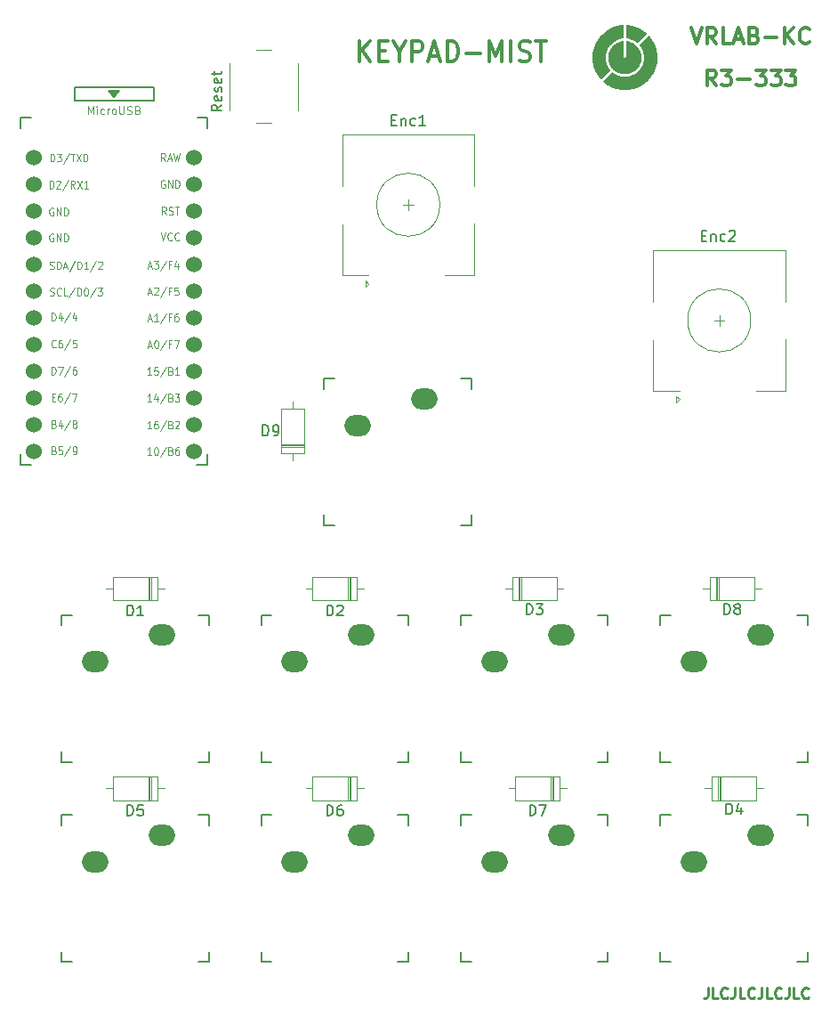
<source format=gto>
%TF.GenerationSoftware,KiCad,Pcbnew,(6.0.9-0)*%
%TF.CreationDate,2023-04-08T13:53:11+09:00*%
%TF.ProjectId,keypad,6b657970-6164-42e6-9b69-6361645f7063,1*%
%TF.SameCoordinates,Original*%
%TF.FileFunction,Legend,Top*%
%TF.FilePolarity,Positive*%
%FSLAX46Y46*%
G04 Gerber Fmt 4.6, Leading zero omitted, Abs format (unit mm)*
G04 Created by KiCad (PCBNEW (6.0.9-0)) date 2023-04-08 13:53:11*
%MOMM*%
%LPD*%
G01*
G04 APERTURE LIST*
%ADD10C,0.250000*%
%ADD11C,0.150000*%
%ADD12C,0.300000*%
%ADD13C,0.125000*%
%ADD14C,0.120000*%
%ADD15O,2.500000X2.000000*%
%ADD16C,1.524000*%
%ADD17C,4.000000*%
%ADD18C,1.900000*%
%ADD19R,1.600000X1.600000*%
%ADD20O,1.600000X1.600000*%
%ADD21C,3.900000*%
%ADD22C,7.000000*%
%ADD23R,2.000000X2.000000*%
%ADD24C,2.000000*%
%ADD25C,2.800000*%
G04 APERTURE END LIST*
D10*
X178880952Y-142952380D02*
X178880952Y-143666666D01*
X178833333Y-143809523D01*
X178738095Y-143904761D01*
X178595238Y-143952380D01*
X178500000Y-143952380D01*
X179833333Y-143952380D02*
X179357142Y-143952380D01*
X179357142Y-142952380D01*
X180738095Y-143857142D02*
X180690476Y-143904761D01*
X180547619Y-143952380D01*
X180452380Y-143952380D01*
X180309523Y-143904761D01*
X180214285Y-143809523D01*
X180166666Y-143714285D01*
X180119047Y-143523809D01*
X180119047Y-143380952D01*
X180166666Y-143190476D01*
X180214285Y-143095238D01*
X180309523Y-143000000D01*
X180452380Y-142952380D01*
X180547619Y-142952380D01*
X180690476Y-143000000D01*
X180738095Y-143047619D01*
X181452380Y-142952380D02*
X181452380Y-143666666D01*
X181404761Y-143809523D01*
X181309523Y-143904761D01*
X181166666Y-143952380D01*
X181071428Y-143952380D01*
X182404761Y-143952380D02*
X181928571Y-143952380D01*
X181928571Y-142952380D01*
X183309523Y-143857142D02*
X183261904Y-143904761D01*
X183119047Y-143952380D01*
X183023809Y-143952380D01*
X182880952Y-143904761D01*
X182785714Y-143809523D01*
X182738095Y-143714285D01*
X182690476Y-143523809D01*
X182690476Y-143380952D01*
X182738095Y-143190476D01*
X182785714Y-143095238D01*
X182880952Y-143000000D01*
X183023809Y-142952380D01*
X183119047Y-142952380D01*
X183261904Y-143000000D01*
X183309523Y-143047619D01*
X184023809Y-142952380D02*
X184023809Y-143666666D01*
X183976190Y-143809523D01*
X183880952Y-143904761D01*
X183738095Y-143952380D01*
X183642857Y-143952380D01*
X184976190Y-143952380D02*
X184500000Y-143952380D01*
X184500000Y-142952380D01*
X185880952Y-143857142D02*
X185833333Y-143904761D01*
X185690476Y-143952380D01*
X185595238Y-143952380D01*
X185452380Y-143904761D01*
X185357142Y-143809523D01*
X185309523Y-143714285D01*
X185261904Y-143523809D01*
X185261904Y-143380952D01*
X185309523Y-143190476D01*
X185357142Y-143095238D01*
X185452380Y-143000000D01*
X185595238Y-142952380D01*
X185690476Y-142952380D01*
X185833333Y-143000000D01*
X185880952Y-143047619D01*
X186595238Y-142952380D02*
X186595238Y-143666666D01*
X186547619Y-143809523D01*
X186452380Y-143904761D01*
X186309523Y-143952380D01*
X186214285Y-143952380D01*
X187547619Y-143952380D02*
X187071428Y-143952380D01*
X187071428Y-142952380D01*
X188452380Y-143857142D02*
X188404761Y-143904761D01*
X188261904Y-143952380D01*
X188166666Y-143952380D01*
X188023809Y-143904761D01*
X187928571Y-143809523D01*
X187880952Y-143714285D01*
X187833333Y-143523809D01*
X187833333Y-143380952D01*
X187880952Y-143190476D01*
X187928571Y-143095238D01*
X188023809Y-143000000D01*
X188166666Y-142952380D01*
X188261904Y-142952380D01*
X188404761Y-143000000D01*
X188452380Y-143047619D01*
D11*
X188380000Y-121500000D02*
X188380000Y-120500000D01*
X117380000Y-127000000D02*
X117380000Y-127500000D01*
X136380000Y-107500000D02*
X137380000Y-107500000D01*
X169380000Y-107500000D02*
X169380000Y-108500000D01*
X187380000Y-107500000D02*
X188380000Y-107500000D01*
X156380000Y-98000000D02*
X156380000Y-99000000D01*
X117380000Y-120500000D02*
X117380000Y-121500000D01*
X136380000Y-108500000D02*
X136380000Y-107500000D01*
X130380000Y-140500000D02*
X131380000Y-140500000D01*
X168380000Y-140500000D02*
X169380000Y-140500000D01*
X155380000Y-140500000D02*
X156380000Y-140500000D01*
X150380000Y-107500000D02*
X150380000Y-108500000D01*
X150380000Y-126500000D02*
X150380000Y-127500000D01*
X130880000Y-121500000D02*
X131380000Y-121500000D01*
X155380000Y-121500000D02*
X156380000Y-121500000D01*
X169380000Y-126500000D02*
X168380000Y-126500000D01*
X155380000Y-139500000D02*
X155380000Y-140500000D01*
X117380000Y-140500000D02*
X118380000Y-140500000D01*
X136380000Y-120500000D02*
X136380000Y-121500000D01*
X175380000Y-126500000D02*
X174380000Y-126500000D01*
X150380000Y-140500000D02*
X150380000Y-139500000D01*
X156380000Y-107500000D02*
X155380000Y-107500000D01*
X187380000Y-126500000D02*
X188380000Y-126500000D01*
X130380000Y-107500000D02*
X131380000Y-107500000D01*
X142380000Y-85000000D02*
X142380000Y-86000000D01*
X155380000Y-85000000D02*
X156380000Y-85000000D01*
X117380000Y-108500000D02*
X117380000Y-107500000D01*
X143380000Y-85000000D02*
X142380000Y-85000000D01*
X175380000Y-140500000D02*
X174380000Y-140500000D01*
X131380000Y-126500000D02*
X131380000Y-127000000D01*
X131380000Y-120500000D02*
X131380000Y-121500000D01*
X131380000Y-107500000D02*
X131380000Y-108500000D01*
X174380000Y-120500000D02*
X174380000Y-121500000D01*
X117380000Y-139500000D02*
X117380000Y-140500000D01*
X149380000Y-126500000D02*
X150380000Y-126500000D01*
X142380000Y-99000000D02*
X143380000Y-99000000D01*
X136380000Y-121500000D02*
X137380000Y-121500000D01*
X142380000Y-86000000D02*
X142380000Y-85000000D01*
X169380000Y-127500000D02*
X169380000Y-126500000D01*
X149380000Y-107500000D02*
X150380000Y-107500000D01*
X130380000Y-121500000D02*
X131380000Y-121500000D01*
X117380000Y-107500000D02*
X118380000Y-107500000D01*
X188380000Y-107500000D02*
X188380000Y-108500000D01*
X188380000Y-126500000D02*
X188380000Y-127500000D01*
X131380000Y-121500000D02*
X130380000Y-121500000D01*
X169380000Y-140500000D02*
X169380000Y-139500000D01*
X168380000Y-107500000D02*
X169380000Y-107500000D01*
X131380000Y-127000000D02*
X131380000Y-127500000D01*
X174380000Y-140500000D02*
X174380000Y-139500000D01*
X142380000Y-98000000D02*
X142380000Y-99000000D01*
X174380000Y-127500000D02*
X174380000Y-126500000D01*
X136380000Y-126500000D02*
X137380000Y-126500000D01*
X131380000Y-140000000D02*
X131380000Y-140500000D01*
X187380000Y-121500000D02*
X188380000Y-121500000D01*
X130380000Y-126500000D02*
X131380000Y-126500000D01*
X156380000Y-126500000D02*
X155380000Y-126500000D01*
X155380000Y-107500000D02*
X155380000Y-108500000D01*
X155380000Y-99000000D02*
X156380000Y-99000000D01*
X174380000Y-121500000D02*
X175380000Y-121500000D01*
X188380000Y-139500000D02*
X188380000Y-140500000D01*
X149380000Y-140500000D02*
X150380000Y-140500000D01*
X169380000Y-120500000D02*
X169380000Y-121500000D01*
X117380000Y-127000000D02*
X117380000Y-126500000D01*
X117380000Y-121500000D02*
X118380000Y-121500000D01*
X174380000Y-108500000D02*
X174380000Y-107500000D01*
X136380000Y-127500000D02*
X136380000Y-126500000D01*
X136380000Y-140500000D02*
X137380000Y-140500000D01*
X131380000Y-139500000D02*
X131380000Y-140000000D01*
X155380000Y-126500000D02*
X155380000Y-127500000D01*
X136380000Y-139500000D02*
X136380000Y-140500000D01*
X188380000Y-140500000D02*
X187380000Y-140500000D01*
X156380000Y-85000000D02*
X156380000Y-86000000D01*
X118380000Y-126500000D02*
X117380000Y-126500000D01*
X118380000Y-107500000D02*
X117380000Y-107500000D01*
X150380000Y-121500000D02*
X150380000Y-120500000D01*
X155380000Y-120500000D02*
X155380000Y-121500000D01*
X174380000Y-107500000D02*
X175380000Y-107500000D01*
X169380000Y-121500000D02*
X168380000Y-121500000D01*
X117380000Y-126500000D02*
X118380000Y-126500000D01*
X149380000Y-121500000D02*
X150380000Y-121500000D01*
D12*
X145757142Y-54904761D02*
X145757142Y-52904761D01*
X146785714Y-54904761D02*
X146014285Y-53761904D01*
X146785714Y-52904761D02*
X145757142Y-54047619D01*
X147557142Y-53857142D02*
X148157142Y-53857142D01*
X148414285Y-54904761D02*
X147557142Y-54904761D01*
X147557142Y-52904761D01*
X148414285Y-52904761D01*
X149528571Y-53952380D02*
X149528571Y-54904761D01*
X148928571Y-52904761D02*
X149528571Y-53952380D01*
X150128571Y-52904761D01*
X150728571Y-54904761D02*
X150728571Y-52904761D01*
X151414285Y-52904761D01*
X151585714Y-53000000D01*
X151671428Y-53095238D01*
X151757142Y-53285714D01*
X151757142Y-53571428D01*
X151671428Y-53761904D01*
X151585714Y-53857142D01*
X151414285Y-53952380D01*
X150728571Y-53952380D01*
X152442857Y-54333333D02*
X153300000Y-54333333D01*
X152271428Y-54904761D02*
X152871428Y-52904761D01*
X153471428Y-54904761D01*
X154071428Y-54904761D02*
X154071428Y-52904761D01*
X154500000Y-52904761D01*
X154757142Y-53000000D01*
X154928571Y-53190476D01*
X155014285Y-53380952D01*
X155100000Y-53761904D01*
X155100000Y-54047619D01*
X155014285Y-54428571D01*
X154928571Y-54619047D01*
X154757142Y-54809523D01*
X154500000Y-54904761D01*
X154071428Y-54904761D01*
X155871428Y-54142857D02*
X157242857Y-54142857D01*
X158100000Y-54904761D02*
X158100000Y-52904761D01*
X158700000Y-54333333D01*
X159300000Y-52904761D01*
X159300000Y-54904761D01*
X160157142Y-54904761D02*
X160157142Y-52904761D01*
X160928571Y-54809523D02*
X161185714Y-54904761D01*
X161614285Y-54904761D01*
X161785714Y-54809523D01*
X161871428Y-54714285D01*
X161957142Y-54523809D01*
X161957142Y-54333333D01*
X161871428Y-54142857D01*
X161785714Y-54047619D01*
X161614285Y-53952380D01*
X161271428Y-53857142D01*
X161100000Y-53761904D01*
X161014285Y-53666666D01*
X160928571Y-53476190D01*
X160928571Y-53285714D01*
X161014285Y-53095238D01*
X161100000Y-53000000D01*
X161271428Y-52904761D01*
X161700000Y-52904761D01*
X161957142Y-53000000D01*
X162471428Y-52904761D02*
X163500000Y-52904761D01*
X162985714Y-54904761D02*
X162985714Y-52904761D01*
X179678571Y-57178571D02*
X179178571Y-56464285D01*
X178821428Y-57178571D02*
X178821428Y-55678571D01*
X179392857Y-55678571D01*
X179535714Y-55750000D01*
X179607142Y-55821428D01*
X179678571Y-55964285D01*
X179678571Y-56178571D01*
X179607142Y-56321428D01*
X179535714Y-56392857D01*
X179392857Y-56464285D01*
X178821428Y-56464285D01*
X180178571Y-55678571D02*
X181107142Y-55678571D01*
X180607142Y-56250000D01*
X180821428Y-56250000D01*
X180964285Y-56321428D01*
X181035714Y-56392857D01*
X181107142Y-56535714D01*
X181107142Y-56892857D01*
X181035714Y-57035714D01*
X180964285Y-57107142D01*
X180821428Y-57178571D01*
X180392857Y-57178571D01*
X180250000Y-57107142D01*
X180178571Y-57035714D01*
X181750000Y-56607142D02*
X182892857Y-56607142D01*
X183464285Y-55678571D02*
X184392857Y-55678571D01*
X183892857Y-56250000D01*
X184107142Y-56250000D01*
X184250000Y-56321428D01*
X184321428Y-56392857D01*
X184392857Y-56535714D01*
X184392857Y-56892857D01*
X184321428Y-57035714D01*
X184250000Y-57107142D01*
X184107142Y-57178571D01*
X183678571Y-57178571D01*
X183535714Y-57107142D01*
X183464285Y-57035714D01*
X184892857Y-55678571D02*
X185821428Y-55678571D01*
X185321428Y-56250000D01*
X185535714Y-56250000D01*
X185678571Y-56321428D01*
X185750000Y-56392857D01*
X185821428Y-56535714D01*
X185821428Y-56892857D01*
X185750000Y-57035714D01*
X185678571Y-57107142D01*
X185535714Y-57178571D01*
X185107142Y-57178571D01*
X184964285Y-57107142D01*
X184892857Y-57035714D01*
X186321428Y-55678571D02*
X187250000Y-55678571D01*
X186750000Y-56250000D01*
X186964285Y-56250000D01*
X187107142Y-56321428D01*
X187178571Y-56392857D01*
X187250000Y-56535714D01*
X187250000Y-56892857D01*
X187178571Y-57035714D01*
X187107142Y-57107142D01*
X186964285Y-57178571D01*
X186535714Y-57178571D01*
X186392857Y-57107142D01*
X186321428Y-57035714D01*
X177321428Y-51678571D02*
X177821428Y-53178571D01*
X178321428Y-51678571D01*
X179678571Y-53178571D02*
X179178571Y-52464285D01*
X178821428Y-53178571D02*
X178821428Y-51678571D01*
X179392857Y-51678571D01*
X179535714Y-51750000D01*
X179607142Y-51821428D01*
X179678571Y-51964285D01*
X179678571Y-52178571D01*
X179607142Y-52321428D01*
X179535714Y-52392857D01*
X179392857Y-52464285D01*
X178821428Y-52464285D01*
X181035714Y-53178571D02*
X180321428Y-53178571D01*
X180321428Y-51678571D01*
X181464285Y-52750000D02*
X182178571Y-52750000D01*
X181321428Y-53178571D02*
X181821428Y-51678571D01*
X182321428Y-53178571D01*
X183321428Y-52392857D02*
X183535714Y-52464285D01*
X183607142Y-52535714D01*
X183678571Y-52678571D01*
X183678571Y-52892857D01*
X183607142Y-53035714D01*
X183535714Y-53107142D01*
X183392857Y-53178571D01*
X182821428Y-53178571D01*
X182821428Y-51678571D01*
X183321428Y-51678571D01*
X183464285Y-51750000D01*
X183535714Y-51821428D01*
X183607142Y-51964285D01*
X183607142Y-52107142D01*
X183535714Y-52250000D01*
X183464285Y-52321428D01*
X183321428Y-52392857D01*
X182821428Y-52392857D01*
X184321428Y-52607142D02*
X185464285Y-52607142D01*
X186178571Y-53178571D02*
X186178571Y-51678571D01*
X187035714Y-53178571D02*
X186392857Y-52321428D01*
X187035714Y-51678571D02*
X186178571Y-52535714D01*
X188535714Y-53035714D02*
X188464285Y-53107142D01*
X188250000Y-53178571D01*
X188107142Y-53178571D01*
X187892857Y-53107142D01*
X187750000Y-52964285D01*
X187678571Y-52821428D01*
X187607142Y-52535714D01*
X187607142Y-52321428D01*
X187678571Y-52035714D01*
X187750000Y-51892857D01*
X187892857Y-51750000D01*
X188107142Y-51678571D01*
X188250000Y-51678571D01*
X188464285Y-51750000D01*
X188535714Y-51821428D01*
D11*
%TO.C,D8*%
X180451904Y-107452380D02*
X180451904Y-106452380D01*
X180690000Y-106452380D01*
X180832857Y-106500000D01*
X180928095Y-106595238D01*
X180975714Y-106690476D01*
X181023333Y-106880952D01*
X181023333Y-107023809D01*
X180975714Y-107214285D01*
X180928095Y-107309523D01*
X180832857Y-107404761D01*
X180690000Y-107452380D01*
X180451904Y-107452380D01*
X181594761Y-106880952D02*
X181499523Y-106833333D01*
X181451904Y-106785714D01*
X181404285Y-106690476D01*
X181404285Y-106642857D01*
X181451904Y-106547619D01*
X181499523Y-106500000D01*
X181594761Y-106452380D01*
X181785238Y-106452380D01*
X181880476Y-106500000D01*
X181928095Y-106547619D01*
X181975714Y-106642857D01*
X181975714Y-106690476D01*
X181928095Y-106785714D01*
X181880476Y-106833333D01*
X181785238Y-106880952D01*
X181594761Y-106880952D01*
X181499523Y-106928571D01*
X181451904Y-106976190D01*
X181404285Y-107071428D01*
X181404285Y-107261904D01*
X181451904Y-107357142D01*
X181499523Y-107404761D01*
X181594761Y-107452380D01*
X181785238Y-107452380D01*
X181880476Y-107404761D01*
X181928095Y-107357142D01*
X181975714Y-107261904D01*
X181975714Y-107071428D01*
X181928095Y-106976190D01*
X181880476Y-106928571D01*
X181785238Y-106880952D01*
%TO.C,D9*%
X136521904Y-90452380D02*
X136521904Y-89452380D01*
X136760000Y-89452380D01*
X136902857Y-89500000D01*
X136998095Y-89595238D01*
X137045714Y-89690476D01*
X137093333Y-89880952D01*
X137093333Y-90023809D01*
X137045714Y-90214285D01*
X136998095Y-90309523D01*
X136902857Y-90404761D01*
X136760000Y-90452380D01*
X136521904Y-90452380D01*
X137569523Y-90452380D02*
X137760000Y-90452380D01*
X137855238Y-90404761D01*
X137902857Y-90357142D01*
X137998095Y-90214285D01*
X138045714Y-90023809D01*
X138045714Y-89642857D01*
X137998095Y-89547619D01*
X137950476Y-89500000D01*
X137855238Y-89452380D01*
X137664761Y-89452380D01*
X137569523Y-89500000D01*
X137521904Y-89547619D01*
X137474285Y-89642857D01*
X137474285Y-89880952D01*
X137521904Y-89976190D01*
X137569523Y-90023809D01*
X137664761Y-90071428D01*
X137855238Y-90071428D01*
X137950476Y-90023809D01*
X137998095Y-89976190D01*
X138045714Y-89880952D01*
%TO.C,D6*%
X142641904Y-126572380D02*
X142641904Y-125572380D01*
X142880000Y-125572380D01*
X143022857Y-125620000D01*
X143118095Y-125715238D01*
X143165714Y-125810476D01*
X143213333Y-126000952D01*
X143213333Y-126143809D01*
X143165714Y-126334285D01*
X143118095Y-126429523D01*
X143022857Y-126524761D01*
X142880000Y-126572380D01*
X142641904Y-126572380D01*
X144070476Y-125572380D02*
X143880000Y-125572380D01*
X143784761Y-125620000D01*
X143737142Y-125667619D01*
X143641904Y-125810476D01*
X143594285Y-126000952D01*
X143594285Y-126381904D01*
X143641904Y-126477142D01*
X143689523Y-126524761D01*
X143784761Y-126572380D01*
X143975238Y-126572380D01*
X144070476Y-126524761D01*
X144118095Y-126477142D01*
X144165714Y-126381904D01*
X144165714Y-126143809D01*
X144118095Y-126048571D01*
X144070476Y-126000952D01*
X143975238Y-125953333D01*
X143784761Y-125953333D01*
X143689523Y-126000952D01*
X143641904Y-126048571D01*
X143594285Y-126143809D01*
%TO.C,SW11*%
X178308571Y-71428571D02*
X178641904Y-71428571D01*
X178784761Y-71952380D02*
X178308571Y-71952380D01*
X178308571Y-70952380D01*
X178784761Y-70952380D01*
X179213333Y-71285714D02*
X179213333Y-71952380D01*
X179213333Y-71380952D02*
X179260952Y-71333333D01*
X179356190Y-71285714D01*
X179499047Y-71285714D01*
X179594285Y-71333333D01*
X179641904Y-71428571D01*
X179641904Y-71952380D01*
X180546666Y-71904761D02*
X180451428Y-71952380D01*
X180260952Y-71952380D01*
X180165714Y-71904761D01*
X180118095Y-71857142D01*
X180070476Y-71761904D01*
X180070476Y-71476190D01*
X180118095Y-71380952D01*
X180165714Y-71333333D01*
X180260952Y-71285714D01*
X180451428Y-71285714D01*
X180546666Y-71333333D01*
X180927619Y-71047619D02*
X180975238Y-71000000D01*
X181070476Y-70952380D01*
X181308571Y-70952380D01*
X181403809Y-71000000D01*
X181451428Y-71047619D01*
X181499047Y-71142857D01*
X181499047Y-71238095D01*
X181451428Y-71380952D01*
X180880000Y-71952380D01*
X181499047Y-71952380D01*
%TO.C,D2*%
X142641904Y-107572380D02*
X142641904Y-106572380D01*
X142880000Y-106572380D01*
X143022857Y-106620000D01*
X143118095Y-106715238D01*
X143165714Y-106810476D01*
X143213333Y-107000952D01*
X143213333Y-107143809D01*
X143165714Y-107334285D01*
X143118095Y-107429523D01*
X143022857Y-107524761D01*
X142880000Y-107572380D01*
X142641904Y-107572380D01*
X143594285Y-106667619D02*
X143641904Y-106620000D01*
X143737142Y-106572380D01*
X143975238Y-106572380D01*
X144070476Y-106620000D01*
X144118095Y-106667619D01*
X144165714Y-106762857D01*
X144165714Y-106858095D01*
X144118095Y-107000952D01*
X143546666Y-107572380D01*
X144165714Y-107572380D01*
%TO.C,SW12*%
X132632380Y-58988095D02*
X132156190Y-59321428D01*
X132632380Y-59559523D02*
X131632380Y-59559523D01*
X131632380Y-59178571D01*
X131680000Y-59083333D01*
X131727619Y-59035714D01*
X131822857Y-58988095D01*
X131965714Y-58988095D01*
X132060952Y-59035714D01*
X132108571Y-59083333D01*
X132156190Y-59178571D01*
X132156190Y-59559523D01*
X132584761Y-58178571D02*
X132632380Y-58273809D01*
X132632380Y-58464285D01*
X132584761Y-58559523D01*
X132489523Y-58607142D01*
X132108571Y-58607142D01*
X132013333Y-58559523D01*
X131965714Y-58464285D01*
X131965714Y-58273809D01*
X132013333Y-58178571D01*
X132108571Y-58130952D01*
X132203809Y-58130952D01*
X132299047Y-58607142D01*
X132584761Y-57750000D02*
X132632380Y-57654761D01*
X132632380Y-57464285D01*
X132584761Y-57369047D01*
X132489523Y-57321428D01*
X132441904Y-57321428D01*
X132346666Y-57369047D01*
X132299047Y-57464285D01*
X132299047Y-57607142D01*
X132251428Y-57702380D01*
X132156190Y-57750000D01*
X132108571Y-57750000D01*
X132013333Y-57702380D01*
X131965714Y-57607142D01*
X131965714Y-57464285D01*
X132013333Y-57369047D01*
X132584761Y-56511904D02*
X132632380Y-56607142D01*
X132632380Y-56797619D01*
X132584761Y-56892857D01*
X132489523Y-56940476D01*
X132108571Y-56940476D01*
X132013333Y-56892857D01*
X131965714Y-56797619D01*
X131965714Y-56607142D01*
X132013333Y-56511904D01*
X132108571Y-56464285D01*
X132203809Y-56464285D01*
X132299047Y-56940476D01*
X131965714Y-56178571D02*
X131965714Y-55797619D01*
X131632380Y-56035714D02*
X132489523Y-56035714D01*
X132584761Y-55988095D01*
X132632380Y-55892857D01*
X132632380Y-55797619D01*
%TO.C,D7*%
X161951904Y-126572380D02*
X161951904Y-125572380D01*
X162190000Y-125572380D01*
X162332857Y-125620000D01*
X162428095Y-125715238D01*
X162475714Y-125810476D01*
X162523333Y-126000952D01*
X162523333Y-126143809D01*
X162475714Y-126334285D01*
X162428095Y-126429523D01*
X162332857Y-126524761D01*
X162190000Y-126572380D01*
X161951904Y-126572380D01*
X162856666Y-125572380D02*
X163523333Y-125572380D01*
X163094761Y-126572380D01*
%TO.C,D5*%
X123641904Y-126572380D02*
X123641904Y-125572380D01*
X123880000Y-125572380D01*
X124022857Y-125620000D01*
X124118095Y-125715238D01*
X124165714Y-125810476D01*
X124213333Y-126000952D01*
X124213333Y-126143809D01*
X124165714Y-126334285D01*
X124118095Y-126429523D01*
X124022857Y-126524761D01*
X123880000Y-126572380D01*
X123641904Y-126572380D01*
X125118095Y-125572380D02*
X124641904Y-125572380D01*
X124594285Y-126048571D01*
X124641904Y-126000952D01*
X124737142Y-125953333D01*
X124975238Y-125953333D01*
X125070476Y-126000952D01*
X125118095Y-126048571D01*
X125165714Y-126143809D01*
X125165714Y-126381904D01*
X125118095Y-126477142D01*
X125070476Y-126524761D01*
X124975238Y-126572380D01*
X124737142Y-126572380D01*
X124641904Y-126524761D01*
X124594285Y-126477142D01*
%TO.C,SW10*%
X148808571Y-60428571D02*
X149141904Y-60428571D01*
X149284761Y-60952380D02*
X148808571Y-60952380D01*
X148808571Y-59952380D01*
X149284761Y-59952380D01*
X149713333Y-60285714D02*
X149713333Y-60952380D01*
X149713333Y-60380952D02*
X149760952Y-60333333D01*
X149856190Y-60285714D01*
X149999047Y-60285714D01*
X150094285Y-60333333D01*
X150141904Y-60428571D01*
X150141904Y-60952380D01*
X151046666Y-60904761D02*
X150951428Y-60952380D01*
X150760952Y-60952380D01*
X150665714Y-60904761D01*
X150618095Y-60857142D01*
X150570476Y-60761904D01*
X150570476Y-60476190D01*
X150618095Y-60380952D01*
X150665714Y-60333333D01*
X150760952Y-60285714D01*
X150951428Y-60285714D01*
X151046666Y-60333333D01*
X151999047Y-60952380D02*
X151427619Y-60952380D01*
X151713333Y-60952380D02*
X151713333Y-59952380D01*
X151618095Y-60095238D01*
X151522857Y-60190476D01*
X151427619Y-60238095D01*
%TO.C,D3*%
X161641904Y-107452380D02*
X161641904Y-106452380D01*
X161880000Y-106452380D01*
X162022857Y-106500000D01*
X162118095Y-106595238D01*
X162165714Y-106690476D01*
X162213333Y-106880952D01*
X162213333Y-107023809D01*
X162165714Y-107214285D01*
X162118095Y-107309523D01*
X162022857Y-107404761D01*
X161880000Y-107452380D01*
X161641904Y-107452380D01*
X162546666Y-106452380D02*
X163165714Y-106452380D01*
X162832380Y-106833333D01*
X162975238Y-106833333D01*
X163070476Y-106880952D01*
X163118095Y-106928571D01*
X163165714Y-107023809D01*
X163165714Y-107261904D01*
X163118095Y-107357142D01*
X163070476Y-107404761D01*
X162975238Y-107452380D01*
X162689523Y-107452380D01*
X162594285Y-107404761D01*
X162546666Y-107357142D01*
%TO.C,D1*%
X123641904Y-107572380D02*
X123641904Y-106572380D01*
X123880000Y-106572380D01*
X124022857Y-106620000D01*
X124118095Y-106715238D01*
X124165714Y-106810476D01*
X124213333Y-107000952D01*
X124213333Y-107143809D01*
X124165714Y-107334285D01*
X124118095Y-107429523D01*
X124022857Y-107524761D01*
X123880000Y-107572380D01*
X123641904Y-107572380D01*
X125165714Y-107572380D02*
X124594285Y-107572380D01*
X124880000Y-107572380D02*
X124880000Y-106572380D01*
X124784761Y-106715238D01*
X124689523Y-106810476D01*
X124594285Y-106858095D01*
%TO.C,D4*%
X180641904Y-126452380D02*
X180641904Y-125452380D01*
X180880000Y-125452380D01*
X181022857Y-125500000D01*
X181118095Y-125595238D01*
X181165714Y-125690476D01*
X181213333Y-125880952D01*
X181213333Y-126023809D01*
X181165714Y-126214285D01*
X181118095Y-126309523D01*
X181022857Y-126404761D01*
X180880000Y-126452380D01*
X180641904Y-126452380D01*
X182070476Y-125785714D02*
X182070476Y-126452380D01*
X181832380Y-125404761D02*
X181594285Y-126119047D01*
X182213333Y-126119047D01*
D13*
%TO.C,U1*%
X116289380Y-77103571D02*
X116385095Y-77139285D01*
X116544619Y-77139285D01*
X116608428Y-77103571D01*
X116640333Y-77067857D01*
X116672238Y-76996428D01*
X116672238Y-76925000D01*
X116640333Y-76853571D01*
X116608428Y-76817857D01*
X116544619Y-76782142D01*
X116417000Y-76746428D01*
X116353190Y-76710714D01*
X116321285Y-76675000D01*
X116289380Y-76603571D01*
X116289380Y-76532142D01*
X116321285Y-76460714D01*
X116353190Y-76425000D01*
X116417000Y-76389285D01*
X116576523Y-76389285D01*
X116672238Y-76425000D01*
X117342238Y-77067857D02*
X117310333Y-77103571D01*
X117214619Y-77139285D01*
X117150809Y-77139285D01*
X117055095Y-77103571D01*
X116991285Y-77032142D01*
X116959380Y-76960714D01*
X116927476Y-76817857D01*
X116927476Y-76710714D01*
X116959380Y-76567857D01*
X116991285Y-76496428D01*
X117055095Y-76425000D01*
X117150809Y-76389285D01*
X117214619Y-76389285D01*
X117310333Y-76425000D01*
X117342238Y-76460714D01*
X117948428Y-77139285D02*
X117629380Y-77139285D01*
X117629380Y-76389285D01*
X118650333Y-76353571D02*
X118076047Y-77317857D01*
X118873666Y-77139285D02*
X118873666Y-76389285D01*
X119033190Y-76389285D01*
X119128904Y-76425000D01*
X119192714Y-76496428D01*
X119224619Y-76567857D01*
X119256523Y-76710714D01*
X119256523Y-76817857D01*
X119224619Y-76960714D01*
X119192714Y-77032142D01*
X119128904Y-77103571D01*
X119033190Y-77139285D01*
X118873666Y-77139285D01*
X119671285Y-76389285D02*
X119735095Y-76389285D01*
X119798904Y-76425000D01*
X119830809Y-76460714D01*
X119862714Y-76532142D01*
X119894619Y-76675000D01*
X119894619Y-76853571D01*
X119862714Y-76996428D01*
X119830809Y-77067857D01*
X119798904Y-77103571D01*
X119735095Y-77139285D01*
X119671285Y-77139285D01*
X119607476Y-77103571D01*
X119575571Y-77067857D01*
X119543666Y-76996428D01*
X119511761Y-76853571D01*
X119511761Y-76675000D01*
X119543666Y-76532142D01*
X119575571Y-76460714D01*
X119607476Y-76425000D01*
X119671285Y-76389285D01*
X120660333Y-76353571D02*
X120086047Y-77317857D01*
X120819857Y-76389285D02*
X121234619Y-76389285D01*
X121011285Y-76675000D01*
X121107000Y-76675000D01*
X121170809Y-76710714D01*
X121202714Y-76746428D01*
X121234619Y-76817857D01*
X121234619Y-76996428D01*
X121202714Y-77067857D01*
X121170809Y-77103571D01*
X121107000Y-77139285D01*
X120915571Y-77139285D01*
X120851761Y-77103571D01*
X120819857Y-77067857D01*
X116670809Y-91846428D02*
X116766523Y-91882142D01*
X116798428Y-91917857D01*
X116830333Y-91989285D01*
X116830333Y-92096428D01*
X116798428Y-92167857D01*
X116766523Y-92203571D01*
X116702714Y-92239285D01*
X116447476Y-92239285D01*
X116447476Y-91489285D01*
X116670809Y-91489285D01*
X116734619Y-91525000D01*
X116766523Y-91560714D01*
X116798428Y-91632142D01*
X116798428Y-91703571D01*
X116766523Y-91775000D01*
X116734619Y-91810714D01*
X116670809Y-91846428D01*
X116447476Y-91846428D01*
X117436523Y-91489285D02*
X117117476Y-91489285D01*
X117085571Y-91846428D01*
X117117476Y-91810714D01*
X117181285Y-91775000D01*
X117340809Y-91775000D01*
X117404619Y-91810714D01*
X117436523Y-91846428D01*
X117468428Y-91917857D01*
X117468428Y-92096428D01*
X117436523Y-92167857D01*
X117404619Y-92203571D01*
X117340809Y-92239285D01*
X117181285Y-92239285D01*
X117117476Y-92203571D01*
X117085571Y-92167857D01*
X118234142Y-91453571D02*
X117659857Y-92417857D01*
X118489380Y-92239285D02*
X118617000Y-92239285D01*
X118680809Y-92203571D01*
X118712714Y-92167857D01*
X118776523Y-92060714D01*
X118808428Y-91917857D01*
X118808428Y-91632142D01*
X118776523Y-91560714D01*
X118744619Y-91525000D01*
X118680809Y-91489285D01*
X118553190Y-91489285D01*
X118489380Y-91525000D01*
X118457476Y-91560714D01*
X118425571Y-91632142D01*
X118425571Y-91810714D01*
X118457476Y-91882142D01*
X118489380Y-91917857D01*
X118553190Y-91953571D01*
X118680809Y-91953571D01*
X118744619Y-91917857D01*
X118776523Y-91882142D01*
X118808428Y-91810714D01*
X125931380Y-84689285D02*
X125548523Y-84689285D01*
X125739952Y-84689285D02*
X125739952Y-83939285D01*
X125676142Y-84046428D01*
X125612333Y-84117857D01*
X125548523Y-84153571D01*
X126537571Y-83939285D02*
X126218523Y-83939285D01*
X126186619Y-84296428D01*
X126218523Y-84260714D01*
X126282333Y-84225000D01*
X126441857Y-84225000D01*
X126505666Y-84260714D01*
X126537571Y-84296428D01*
X126569476Y-84367857D01*
X126569476Y-84546428D01*
X126537571Y-84617857D01*
X126505666Y-84653571D01*
X126441857Y-84689285D01*
X126282333Y-84689285D01*
X126218523Y-84653571D01*
X126186619Y-84617857D01*
X127335190Y-83903571D02*
X126760904Y-84867857D01*
X127781857Y-84296428D02*
X127877571Y-84332142D01*
X127909476Y-84367857D01*
X127941380Y-84439285D01*
X127941380Y-84546428D01*
X127909476Y-84617857D01*
X127877571Y-84653571D01*
X127813761Y-84689285D01*
X127558523Y-84689285D01*
X127558523Y-83939285D01*
X127781857Y-83939285D01*
X127845666Y-83975000D01*
X127877571Y-84010714D01*
X127909476Y-84082142D01*
X127909476Y-84153571D01*
X127877571Y-84225000D01*
X127845666Y-84260714D01*
X127781857Y-84296428D01*
X127558523Y-84296428D01*
X128579476Y-84689285D02*
X128196619Y-84689285D01*
X128388047Y-84689285D02*
X128388047Y-83939285D01*
X128324238Y-84046428D01*
X128260428Y-84117857D01*
X128196619Y-84153571D01*
X126820666Y-71139285D02*
X127044000Y-71889285D01*
X127267333Y-71139285D01*
X127873523Y-71817857D02*
X127841619Y-71853571D01*
X127745904Y-71889285D01*
X127682095Y-71889285D01*
X127586380Y-71853571D01*
X127522571Y-71782142D01*
X127490666Y-71710714D01*
X127458761Y-71567857D01*
X127458761Y-71460714D01*
X127490666Y-71317857D01*
X127522571Y-71246428D01*
X127586380Y-71175000D01*
X127682095Y-71139285D01*
X127745904Y-71139285D01*
X127841619Y-71175000D01*
X127873523Y-71210714D01*
X128543523Y-71817857D02*
X128511619Y-71853571D01*
X128415904Y-71889285D01*
X128352095Y-71889285D01*
X128256380Y-71853571D01*
X128192571Y-71782142D01*
X128160666Y-71710714D01*
X128128761Y-71567857D01*
X128128761Y-71460714D01*
X128160666Y-71317857D01*
X128192571Y-71246428D01*
X128256380Y-71175000D01*
X128352095Y-71139285D01*
X128415904Y-71139285D01*
X128511619Y-71175000D01*
X128543523Y-71210714D01*
X116830333Y-82017857D02*
X116798428Y-82053571D01*
X116702714Y-82089285D01*
X116638904Y-82089285D01*
X116543190Y-82053571D01*
X116479380Y-81982142D01*
X116447476Y-81910714D01*
X116415571Y-81767857D01*
X116415571Y-81660714D01*
X116447476Y-81517857D01*
X116479380Y-81446428D01*
X116543190Y-81375000D01*
X116638904Y-81339285D01*
X116702714Y-81339285D01*
X116798428Y-81375000D01*
X116830333Y-81410714D01*
X117404619Y-81339285D02*
X117277000Y-81339285D01*
X117213190Y-81375000D01*
X117181285Y-81410714D01*
X117117476Y-81517857D01*
X117085571Y-81660714D01*
X117085571Y-81946428D01*
X117117476Y-82017857D01*
X117149380Y-82053571D01*
X117213190Y-82089285D01*
X117340809Y-82089285D01*
X117404619Y-82053571D01*
X117436523Y-82017857D01*
X117468428Y-81946428D01*
X117468428Y-81767857D01*
X117436523Y-81696428D01*
X117404619Y-81660714D01*
X117340809Y-81625000D01*
X117213190Y-81625000D01*
X117149380Y-81660714D01*
X117117476Y-81696428D01*
X117085571Y-81767857D01*
X118234142Y-81303571D02*
X117659857Y-82267857D01*
X118776523Y-81339285D02*
X118457476Y-81339285D01*
X118425571Y-81696428D01*
X118457476Y-81660714D01*
X118521285Y-81625000D01*
X118680809Y-81625000D01*
X118744619Y-81660714D01*
X118776523Y-81696428D01*
X118808428Y-81767857D01*
X118808428Y-81946428D01*
X118776523Y-82017857D01*
X118744619Y-82053571D01*
X118680809Y-82089285D01*
X118521285Y-82089285D01*
X118457476Y-82053571D01*
X118425571Y-82017857D01*
X116670809Y-89346428D02*
X116766523Y-89382142D01*
X116798428Y-89417857D01*
X116830333Y-89489285D01*
X116830333Y-89596428D01*
X116798428Y-89667857D01*
X116766523Y-89703571D01*
X116702714Y-89739285D01*
X116447476Y-89739285D01*
X116447476Y-88989285D01*
X116670809Y-88989285D01*
X116734619Y-89025000D01*
X116766523Y-89060714D01*
X116798428Y-89132142D01*
X116798428Y-89203571D01*
X116766523Y-89275000D01*
X116734619Y-89310714D01*
X116670809Y-89346428D01*
X116447476Y-89346428D01*
X117404619Y-89239285D02*
X117404619Y-89739285D01*
X117245095Y-88953571D02*
X117085571Y-89489285D01*
X117500333Y-89489285D01*
X118234142Y-88953571D02*
X117659857Y-89917857D01*
X118553190Y-89310714D02*
X118489380Y-89275000D01*
X118457476Y-89239285D01*
X118425571Y-89167857D01*
X118425571Y-89132142D01*
X118457476Y-89060714D01*
X118489380Y-89025000D01*
X118553190Y-88989285D01*
X118680809Y-88989285D01*
X118744619Y-89025000D01*
X118776523Y-89060714D01*
X118808428Y-89132142D01*
X118808428Y-89167857D01*
X118776523Y-89239285D01*
X118744619Y-89275000D01*
X118680809Y-89310714D01*
X118553190Y-89310714D01*
X118489380Y-89346428D01*
X118457476Y-89382142D01*
X118425571Y-89453571D01*
X118425571Y-89596428D01*
X118457476Y-89667857D01*
X118489380Y-89703571D01*
X118553190Y-89739285D01*
X118680809Y-89739285D01*
X118744619Y-89703571D01*
X118776523Y-89667857D01*
X118808428Y-89596428D01*
X118808428Y-89453571D01*
X118776523Y-89382142D01*
X118744619Y-89346428D01*
X118680809Y-89310714D01*
X116447476Y-84639285D02*
X116447476Y-83889285D01*
X116607000Y-83889285D01*
X116702714Y-83925000D01*
X116766523Y-83996428D01*
X116798428Y-84067857D01*
X116830333Y-84210714D01*
X116830333Y-84317857D01*
X116798428Y-84460714D01*
X116766523Y-84532142D01*
X116702714Y-84603571D01*
X116607000Y-84639285D01*
X116447476Y-84639285D01*
X117053666Y-83889285D02*
X117500333Y-83889285D01*
X117213190Y-84639285D01*
X118234142Y-83853571D02*
X117659857Y-84817857D01*
X118744619Y-83889285D02*
X118617000Y-83889285D01*
X118553190Y-83925000D01*
X118521285Y-83960714D01*
X118457476Y-84067857D01*
X118425571Y-84210714D01*
X118425571Y-84496428D01*
X118457476Y-84567857D01*
X118489380Y-84603571D01*
X118553190Y-84639285D01*
X118680809Y-84639285D01*
X118744619Y-84603571D01*
X118776523Y-84567857D01*
X118808428Y-84496428D01*
X118808428Y-84317857D01*
X118776523Y-84246428D01*
X118744619Y-84210714D01*
X118680809Y-84175000D01*
X118553190Y-84175000D01*
X118489380Y-84210714D01*
X118457476Y-84246428D01*
X118425571Y-84317857D01*
X116447476Y-79539285D02*
X116447476Y-78789285D01*
X116607000Y-78789285D01*
X116702714Y-78825000D01*
X116766523Y-78896428D01*
X116798428Y-78967857D01*
X116830333Y-79110714D01*
X116830333Y-79217857D01*
X116798428Y-79360714D01*
X116766523Y-79432142D01*
X116702714Y-79503571D01*
X116607000Y-79539285D01*
X116447476Y-79539285D01*
X117404619Y-79039285D02*
X117404619Y-79539285D01*
X117245095Y-78753571D02*
X117085571Y-79289285D01*
X117500333Y-79289285D01*
X118234142Y-78753571D02*
X117659857Y-79717857D01*
X118744619Y-79039285D02*
X118744619Y-79539285D01*
X118585095Y-78753571D02*
X118425571Y-79289285D01*
X118840333Y-79289285D01*
X116601523Y-71275000D02*
X116537714Y-71239285D01*
X116442000Y-71239285D01*
X116346285Y-71275000D01*
X116282476Y-71346428D01*
X116250571Y-71417857D01*
X116218666Y-71560714D01*
X116218666Y-71667857D01*
X116250571Y-71810714D01*
X116282476Y-71882142D01*
X116346285Y-71953571D01*
X116442000Y-71989285D01*
X116505809Y-71989285D01*
X116601523Y-71953571D01*
X116633428Y-71917857D01*
X116633428Y-71667857D01*
X116505809Y-71667857D01*
X116920571Y-71989285D02*
X116920571Y-71239285D01*
X117303428Y-71989285D01*
X117303428Y-71239285D01*
X117622476Y-71989285D02*
X117622476Y-71239285D01*
X117782000Y-71239285D01*
X117877714Y-71275000D01*
X117941523Y-71346428D01*
X117973428Y-71417857D01*
X118005333Y-71560714D01*
X118005333Y-71667857D01*
X117973428Y-71810714D01*
X117941523Y-71882142D01*
X117877714Y-71953571D01*
X117782000Y-71989285D01*
X117622476Y-71989285D01*
X125931380Y-87239285D02*
X125548523Y-87239285D01*
X125739952Y-87239285D02*
X125739952Y-86489285D01*
X125676142Y-86596428D01*
X125612333Y-86667857D01*
X125548523Y-86703571D01*
X126505666Y-86739285D02*
X126505666Y-87239285D01*
X126346142Y-86453571D02*
X126186619Y-86989285D01*
X126601380Y-86989285D01*
X127335190Y-86453571D02*
X126760904Y-87417857D01*
X127781857Y-86846428D02*
X127877571Y-86882142D01*
X127909476Y-86917857D01*
X127941380Y-86989285D01*
X127941380Y-87096428D01*
X127909476Y-87167857D01*
X127877571Y-87203571D01*
X127813761Y-87239285D01*
X127558523Y-87239285D01*
X127558523Y-86489285D01*
X127781857Y-86489285D01*
X127845666Y-86525000D01*
X127877571Y-86560714D01*
X127909476Y-86632142D01*
X127909476Y-86703571D01*
X127877571Y-86775000D01*
X127845666Y-86810714D01*
X127781857Y-86846428D01*
X127558523Y-86846428D01*
X128164714Y-86489285D02*
X128579476Y-86489285D01*
X128356142Y-86775000D01*
X128451857Y-86775000D01*
X128515666Y-86810714D01*
X128547571Y-86846428D01*
X128579476Y-86917857D01*
X128579476Y-87096428D01*
X128547571Y-87167857D01*
X128515666Y-87203571D01*
X128451857Y-87239285D01*
X128260428Y-87239285D01*
X128196619Y-87203571D01*
X128164714Y-87167857D01*
X127347095Y-69439285D02*
X127123761Y-69082142D01*
X126964238Y-69439285D02*
X126964238Y-68689285D01*
X127219476Y-68689285D01*
X127283285Y-68725000D01*
X127315190Y-68760714D01*
X127347095Y-68832142D01*
X127347095Y-68939285D01*
X127315190Y-69010714D01*
X127283285Y-69046428D01*
X127219476Y-69082142D01*
X126964238Y-69082142D01*
X127602333Y-69403571D02*
X127698047Y-69439285D01*
X127857571Y-69439285D01*
X127921380Y-69403571D01*
X127953285Y-69367857D01*
X127985190Y-69296428D01*
X127985190Y-69225000D01*
X127953285Y-69153571D01*
X127921380Y-69117857D01*
X127857571Y-69082142D01*
X127729952Y-69046428D01*
X127666142Y-69010714D01*
X127634238Y-68975000D01*
X127602333Y-68903571D01*
X127602333Y-68832142D01*
X127634238Y-68760714D01*
X127666142Y-68725000D01*
X127729952Y-68689285D01*
X127889476Y-68689285D01*
X127985190Y-68725000D01*
X128176619Y-68689285D02*
X128559476Y-68689285D01*
X128368047Y-69439285D02*
X128368047Y-68689285D01*
X127251380Y-64339285D02*
X127028047Y-63982142D01*
X126868523Y-64339285D02*
X126868523Y-63589285D01*
X127123761Y-63589285D01*
X127187571Y-63625000D01*
X127219476Y-63660714D01*
X127251380Y-63732142D01*
X127251380Y-63839285D01*
X127219476Y-63910714D01*
X127187571Y-63946428D01*
X127123761Y-63982142D01*
X126868523Y-63982142D01*
X127506619Y-64125000D02*
X127825666Y-64125000D01*
X127442809Y-64339285D02*
X127666142Y-63589285D01*
X127889476Y-64339285D01*
X128049000Y-63589285D02*
X128208523Y-64339285D01*
X128336142Y-63803571D01*
X128463761Y-64339285D01*
X128623285Y-63589285D01*
X116273428Y-74603571D02*
X116369142Y-74639285D01*
X116528666Y-74639285D01*
X116592476Y-74603571D01*
X116624380Y-74567857D01*
X116656285Y-74496428D01*
X116656285Y-74425000D01*
X116624380Y-74353571D01*
X116592476Y-74317857D01*
X116528666Y-74282142D01*
X116401047Y-74246428D01*
X116337238Y-74210714D01*
X116305333Y-74175000D01*
X116273428Y-74103571D01*
X116273428Y-74032142D01*
X116305333Y-73960714D01*
X116337238Y-73925000D01*
X116401047Y-73889285D01*
X116560571Y-73889285D01*
X116656285Y-73925000D01*
X116943428Y-74639285D02*
X116943428Y-73889285D01*
X117102952Y-73889285D01*
X117198666Y-73925000D01*
X117262476Y-73996428D01*
X117294380Y-74067857D01*
X117326285Y-74210714D01*
X117326285Y-74317857D01*
X117294380Y-74460714D01*
X117262476Y-74532142D01*
X117198666Y-74603571D01*
X117102952Y-74639285D01*
X116943428Y-74639285D01*
X117581523Y-74425000D02*
X117900571Y-74425000D01*
X117517714Y-74639285D02*
X117741047Y-73889285D01*
X117964380Y-74639285D01*
X118666285Y-73853571D02*
X118092000Y-74817857D01*
X118889619Y-74639285D02*
X118889619Y-73889285D01*
X119049142Y-73889285D01*
X119144857Y-73925000D01*
X119208666Y-73996428D01*
X119240571Y-74067857D01*
X119272476Y-74210714D01*
X119272476Y-74317857D01*
X119240571Y-74460714D01*
X119208666Y-74532142D01*
X119144857Y-74603571D01*
X119049142Y-74639285D01*
X118889619Y-74639285D01*
X119910571Y-74639285D02*
X119527714Y-74639285D01*
X119719142Y-74639285D02*
X119719142Y-73889285D01*
X119655333Y-73996428D01*
X119591523Y-74067857D01*
X119527714Y-74103571D01*
X120676285Y-73853571D02*
X120102000Y-74817857D01*
X120867714Y-73960714D02*
X120899619Y-73925000D01*
X120963428Y-73889285D01*
X121122952Y-73889285D01*
X121186761Y-73925000D01*
X121218666Y-73960714D01*
X121250571Y-74032142D01*
X121250571Y-74103571D01*
X121218666Y-74210714D01*
X120835809Y-74639285D01*
X121250571Y-74639285D01*
X125628285Y-76875000D02*
X125947333Y-76875000D01*
X125564476Y-77089285D02*
X125787809Y-76339285D01*
X126011142Y-77089285D01*
X126202571Y-76410714D02*
X126234476Y-76375000D01*
X126298285Y-76339285D01*
X126457809Y-76339285D01*
X126521619Y-76375000D01*
X126553523Y-76410714D01*
X126585428Y-76482142D01*
X126585428Y-76553571D01*
X126553523Y-76660714D01*
X126170666Y-77089285D01*
X126585428Y-77089285D01*
X127351142Y-76303571D02*
X126776857Y-77267857D01*
X127797809Y-76696428D02*
X127574476Y-76696428D01*
X127574476Y-77089285D02*
X127574476Y-76339285D01*
X127893523Y-76339285D01*
X128467809Y-76339285D02*
X128148761Y-76339285D01*
X128116857Y-76696428D01*
X128148761Y-76660714D01*
X128212571Y-76625000D01*
X128372095Y-76625000D01*
X128435904Y-76660714D01*
X128467809Y-76696428D01*
X128499714Y-76767857D01*
X128499714Y-76946428D01*
X128467809Y-77017857D01*
X128435904Y-77053571D01*
X128372095Y-77089285D01*
X128212571Y-77089285D01*
X128148761Y-77053571D01*
X128116857Y-77017857D01*
X116479380Y-86796428D02*
X116702714Y-86796428D01*
X116798428Y-87189285D02*
X116479380Y-87189285D01*
X116479380Y-86439285D01*
X116798428Y-86439285D01*
X117372714Y-86439285D02*
X117245095Y-86439285D01*
X117181285Y-86475000D01*
X117149380Y-86510714D01*
X117085571Y-86617857D01*
X117053666Y-86760714D01*
X117053666Y-87046428D01*
X117085571Y-87117857D01*
X117117476Y-87153571D01*
X117181285Y-87189285D01*
X117308904Y-87189285D01*
X117372714Y-87153571D01*
X117404619Y-87117857D01*
X117436523Y-87046428D01*
X117436523Y-86867857D01*
X117404619Y-86796428D01*
X117372714Y-86760714D01*
X117308904Y-86725000D01*
X117181285Y-86725000D01*
X117117476Y-86760714D01*
X117085571Y-86796428D01*
X117053666Y-86867857D01*
X118202238Y-86403571D02*
X117627952Y-87367857D01*
X118361761Y-86439285D02*
X118808428Y-86439285D01*
X118521285Y-87189285D01*
X127203523Y-66175000D02*
X127139714Y-66139285D01*
X127044000Y-66139285D01*
X126948285Y-66175000D01*
X126884476Y-66246428D01*
X126852571Y-66317857D01*
X126820666Y-66460714D01*
X126820666Y-66567857D01*
X126852571Y-66710714D01*
X126884476Y-66782142D01*
X126948285Y-66853571D01*
X127044000Y-66889285D01*
X127107809Y-66889285D01*
X127203523Y-66853571D01*
X127235428Y-66817857D01*
X127235428Y-66567857D01*
X127107809Y-66567857D01*
X127522571Y-66889285D02*
X127522571Y-66139285D01*
X127905428Y-66889285D01*
X127905428Y-66139285D01*
X128224476Y-66889285D02*
X128224476Y-66139285D01*
X128384000Y-66139285D01*
X128479714Y-66175000D01*
X128543523Y-66246428D01*
X128575428Y-66317857D01*
X128607333Y-66460714D01*
X128607333Y-66567857D01*
X128575428Y-66710714D01*
X128543523Y-66782142D01*
X128479714Y-66853571D01*
X128384000Y-66889285D01*
X128224476Y-66889285D01*
X116243428Y-66939285D02*
X116243428Y-66189285D01*
X116402952Y-66189285D01*
X116498666Y-66225000D01*
X116562476Y-66296428D01*
X116594380Y-66367857D01*
X116626285Y-66510714D01*
X116626285Y-66617857D01*
X116594380Y-66760714D01*
X116562476Y-66832142D01*
X116498666Y-66903571D01*
X116402952Y-66939285D01*
X116243428Y-66939285D01*
X116881523Y-66260714D02*
X116913428Y-66225000D01*
X116977238Y-66189285D01*
X117136761Y-66189285D01*
X117200571Y-66225000D01*
X117232476Y-66260714D01*
X117264380Y-66332142D01*
X117264380Y-66403571D01*
X117232476Y-66510714D01*
X116849619Y-66939285D01*
X117264380Y-66939285D01*
X118030095Y-66153571D02*
X117455809Y-67117857D01*
X118636285Y-66939285D02*
X118412952Y-66582142D01*
X118253428Y-66939285D02*
X118253428Y-66189285D01*
X118508666Y-66189285D01*
X118572476Y-66225000D01*
X118604380Y-66260714D01*
X118636285Y-66332142D01*
X118636285Y-66439285D01*
X118604380Y-66510714D01*
X118572476Y-66546428D01*
X118508666Y-66582142D01*
X118253428Y-66582142D01*
X118859619Y-66189285D02*
X119306285Y-66939285D01*
X119306285Y-66189285D02*
X118859619Y-66939285D01*
X119912476Y-66939285D02*
X119529619Y-66939285D01*
X119721047Y-66939285D02*
X119721047Y-66189285D01*
X119657238Y-66296428D01*
X119593428Y-66367857D01*
X119529619Y-66403571D01*
X125628285Y-79375000D02*
X125947333Y-79375000D01*
X125564476Y-79589285D02*
X125787809Y-78839285D01*
X126011142Y-79589285D01*
X126585428Y-79589285D02*
X126202571Y-79589285D01*
X126394000Y-79589285D02*
X126394000Y-78839285D01*
X126330190Y-78946428D01*
X126266380Y-79017857D01*
X126202571Y-79053571D01*
X127351142Y-78803571D02*
X126776857Y-79767857D01*
X127797809Y-79196428D02*
X127574476Y-79196428D01*
X127574476Y-79589285D02*
X127574476Y-78839285D01*
X127893523Y-78839285D01*
X128435904Y-78839285D02*
X128308285Y-78839285D01*
X128244476Y-78875000D01*
X128212571Y-78910714D01*
X128148761Y-79017857D01*
X128116857Y-79160714D01*
X128116857Y-79446428D01*
X128148761Y-79517857D01*
X128180666Y-79553571D01*
X128244476Y-79589285D01*
X128372095Y-79589285D01*
X128435904Y-79553571D01*
X128467809Y-79517857D01*
X128499714Y-79446428D01*
X128499714Y-79267857D01*
X128467809Y-79196428D01*
X128435904Y-79160714D01*
X128372095Y-79125000D01*
X128244476Y-79125000D01*
X128180666Y-79160714D01*
X128148761Y-79196428D01*
X128116857Y-79267857D01*
X125628285Y-74375000D02*
X125947333Y-74375000D01*
X125564476Y-74589285D02*
X125787809Y-73839285D01*
X126011142Y-74589285D01*
X126170666Y-73839285D02*
X126585428Y-73839285D01*
X126362095Y-74125000D01*
X126457809Y-74125000D01*
X126521619Y-74160714D01*
X126553523Y-74196428D01*
X126585428Y-74267857D01*
X126585428Y-74446428D01*
X126553523Y-74517857D01*
X126521619Y-74553571D01*
X126457809Y-74589285D01*
X126266380Y-74589285D01*
X126202571Y-74553571D01*
X126170666Y-74517857D01*
X127351142Y-73803571D02*
X126776857Y-74767857D01*
X127797809Y-74196428D02*
X127574476Y-74196428D01*
X127574476Y-74589285D02*
X127574476Y-73839285D01*
X127893523Y-73839285D01*
X128435904Y-74089285D02*
X128435904Y-74589285D01*
X128276380Y-73803571D02*
X128116857Y-74339285D01*
X128531619Y-74339285D01*
X125931380Y-89789285D02*
X125548523Y-89789285D01*
X125739952Y-89789285D02*
X125739952Y-89039285D01*
X125676142Y-89146428D01*
X125612333Y-89217857D01*
X125548523Y-89253571D01*
X126505666Y-89039285D02*
X126378047Y-89039285D01*
X126314238Y-89075000D01*
X126282333Y-89110714D01*
X126218523Y-89217857D01*
X126186619Y-89360714D01*
X126186619Y-89646428D01*
X126218523Y-89717857D01*
X126250428Y-89753571D01*
X126314238Y-89789285D01*
X126441857Y-89789285D01*
X126505666Y-89753571D01*
X126537571Y-89717857D01*
X126569476Y-89646428D01*
X126569476Y-89467857D01*
X126537571Y-89396428D01*
X126505666Y-89360714D01*
X126441857Y-89325000D01*
X126314238Y-89325000D01*
X126250428Y-89360714D01*
X126218523Y-89396428D01*
X126186619Y-89467857D01*
X127335190Y-89003571D02*
X126760904Y-89967857D01*
X127781857Y-89396428D02*
X127877571Y-89432142D01*
X127909476Y-89467857D01*
X127941380Y-89539285D01*
X127941380Y-89646428D01*
X127909476Y-89717857D01*
X127877571Y-89753571D01*
X127813761Y-89789285D01*
X127558523Y-89789285D01*
X127558523Y-89039285D01*
X127781857Y-89039285D01*
X127845666Y-89075000D01*
X127877571Y-89110714D01*
X127909476Y-89182142D01*
X127909476Y-89253571D01*
X127877571Y-89325000D01*
X127845666Y-89360714D01*
X127781857Y-89396428D01*
X127558523Y-89396428D01*
X128196619Y-89110714D02*
X128228523Y-89075000D01*
X128292333Y-89039285D01*
X128451857Y-89039285D01*
X128515666Y-89075000D01*
X128547571Y-89110714D01*
X128579476Y-89182142D01*
X128579476Y-89253571D01*
X128547571Y-89360714D01*
X128164714Y-89789285D01*
X128579476Y-89789285D01*
D11*
D13*
X116323190Y-64389285D02*
X116323190Y-63639285D01*
X116482714Y-63639285D01*
X116578428Y-63675000D01*
X116642238Y-63746428D01*
X116674142Y-63817857D01*
X116706047Y-63960714D01*
X116706047Y-64067857D01*
X116674142Y-64210714D01*
X116642238Y-64282142D01*
X116578428Y-64353571D01*
X116482714Y-64389285D01*
X116323190Y-64389285D01*
X116929380Y-63639285D02*
X117344142Y-63639285D01*
X117120809Y-63925000D01*
X117216523Y-63925000D01*
X117280333Y-63960714D01*
X117312238Y-63996428D01*
X117344142Y-64067857D01*
X117344142Y-64246428D01*
X117312238Y-64317857D01*
X117280333Y-64353571D01*
X117216523Y-64389285D01*
X117025095Y-64389285D01*
X116961285Y-64353571D01*
X116929380Y-64317857D01*
X118109857Y-63603571D02*
X117535571Y-64567857D01*
X118237476Y-63639285D02*
X118620333Y-63639285D01*
X118428904Y-64389285D02*
X118428904Y-63639285D01*
X118779857Y-63639285D02*
X119226523Y-64389285D01*
X119226523Y-63639285D02*
X118779857Y-64389285D01*
X119609380Y-63639285D02*
X119673190Y-63639285D01*
X119737000Y-63675000D01*
X119768904Y-63710714D01*
X119800809Y-63782142D01*
X119832714Y-63925000D01*
X119832714Y-64103571D01*
X119800809Y-64246428D01*
X119768904Y-64317857D01*
X119737000Y-64353571D01*
X119673190Y-64389285D01*
X119609380Y-64389285D01*
X119545571Y-64353571D01*
X119513666Y-64317857D01*
X119481761Y-64246428D01*
X119449857Y-64103571D01*
X119449857Y-63925000D01*
X119481761Y-63782142D01*
X119513666Y-63710714D01*
X119545571Y-63675000D01*
X119609380Y-63639285D01*
X116601523Y-68825000D02*
X116537714Y-68789285D01*
X116442000Y-68789285D01*
X116346285Y-68825000D01*
X116282476Y-68896428D01*
X116250571Y-68967857D01*
X116218666Y-69110714D01*
X116218666Y-69217857D01*
X116250571Y-69360714D01*
X116282476Y-69432142D01*
X116346285Y-69503571D01*
X116442000Y-69539285D01*
X116505809Y-69539285D01*
X116601523Y-69503571D01*
X116633428Y-69467857D01*
X116633428Y-69217857D01*
X116505809Y-69217857D01*
X116920571Y-69539285D02*
X116920571Y-68789285D01*
X117303428Y-69539285D01*
X117303428Y-68789285D01*
X117622476Y-69539285D02*
X117622476Y-68789285D01*
X117782000Y-68789285D01*
X117877714Y-68825000D01*
X117941523Y-68896428D01*
X117973428Y-68967857D01*
X118005333Y-69110714D01*
X118005333Y-69217857D01*
X117973428Y-69360714D01*
X117941523Y-69432142D01*
X117877714Y-69503571D01*
X117782000Y-69539285D01*
X117622476Y-69539285D01*
X125931380Y-92289285D02*
X125548523Y-92289285D01*
X125739952Y-92289285D02*
X125739952Y-91539285D01*
X125676142Y-91646428D01*
X125612333Y-91717857D01*
X125548523Y-91753571D01*
X126346142Y-91539285D02*
X126409952Y-91539285D01*
X126473761Y-91575000D01*
X126505666Y-91610714D01*
X126537571Y-91682142D01*
X126569476Y-91825000D01*
X126569476Y-92003571D01*
X126537571Y-92146428D01*
X126505666Y-92217857D01*
X126473761Y-92253571D01*
X126409952Y-92289285D01*
X126346142Y-92289285D01*
X126282333Y-92253571D01*
X126250428Y-92217857D01*
X126218523Y-92146428D01*
X126186619Y-92003571D01*
X126186619Y-91825000D01*
X126218523Y-91682142D01*
X126250428Y-91610714D01*
X126282333Y-91575000D01*
X126346142Y-91539285D01*
X127335190Y-91503571D02*
X126760904Y-92467857D01*
X127781857Y-91896428D02*
X127877571Y-91932142D01*
X127909476Y-91967857D01*
X127941380Y-92039285D01*
X127941380Y-92146428D01*
X127909476Y-92217857D01*
X127877571Y-92253571D01*
X127813761Y-92289285D01*
X127558523Y-92289285D01*
X127558523Y-91539285D01*
X127781857Y-91539285D01*
X127845666Y-91575000D01*
X127877571Y-91610714D01*
X127909476Y-91682142D01*
X127909476Y-91753571D01*
X127877571Y-91825000D01*
X127845666Y-91860714D01*
X127781857Y-91896428D01*
X127558523Y-91896428D01*
X128515666Y-91539285D02*
X128388047Y-91539285D01*
X128324238Y-91575000D01*
X128292333Y-91610714D01*
X128228523Y-91717857D01*
X128196619Y-91860714D01*
X128196619Y-92146428D01*
X128228523Y-92217857D01*
X128260428Y-92253571D01*
X128324238Y-92289285D01*
X128451857Y-92289285D01*
X128515666Y-92253571D01*
X128547571Y-92217857D01*
X128579476Y-92146428D01*
X128579476Y-91967857D01*
X128547571Y-91896428D01*
X128515666Y-91860714D01*
X128451857Y-91825000D01*
X128324238Y-91825000D01*
X128260428Y-91860714D01*
X128228523Y-91896428D01*
X128196619Y-91967857D01*
X125628285Y-81925000D02*
X125947333Y-81925000D01*
X125564476Y-82139285D02*
X125787809Y-81389285D01*
X126011142Y-82139285D01*
X126362095Y-81389285D02*
X126425904Y-81389285D01*
X126489714Y-81425000D01*
X126521619Y-81460714D01*
X126553523Y-81532142D01*
X126585428Y-81675000D01*
X126585428Y-81853571D01*
X126553523Y-81996428D01*
X126521619Y-82067857D01*
X126489714Y-82103571D01*
X126425904Y-82139285D01*
X126362095Y-82139285D01*
X126298285Y-82103571D01*
X126266380Y-82067857D01*
X126234476Y-81996428D01*
X126202571Y-81853571D01*
X126202571Y-81675000D01*
X126234476Y-81532142D01*
X126266380Y-81460714D01*
X126298285Y-81425000D01*
X126362095Y-81389285D01*
X127351142Y-81353571D02*
X126776857Y-82317857D01*
X127797809Y-81746428D02*
X127574476Y-81746428D01*
X127574476Y-82139285D02*
X127574476Y-81389285D01*
X127893523Y-81389285D01*
X128084952Y-81389285D02*
X128531619Y-81389285D01*
X128244476Y-82139285D01*
D14*
X119883571Y-59889285D02*
X119883571Y-59139285D01*
X120133571Y-59675000D01*
X120383571Y-59139285D01*
X120383571Y-59889285D01*
X120740714Y-59889285D02*
X120740714Y-59389285D01*
X120740714Y-59139285D02*
X120705000Y-59175000D01*
X120740714Y-59210714D01*
X120776428Y-59175000D01*
X120740714Y-59139285D01*
X120740714Y-59210714D01*
X121419285Y-59853571D02*
X121347857Y-59889285D01*
X121205000Y-59889285D01*
X121133571Y-59853571D01*
X121097857Y-59817857D01*
X121062142Y-59746428D01*
X121062142Y-59532142D01*
X121097857Y-59460714D01*
X121133571Y-59425000D01*
X121205000Y-59389285D01*
X121347857Y-59389285D01*
X121419285Y-59425000D01*
X121740714Y-59889285D02*
X121740714Y-59389285D01*
X121740714Y-59532142D02*
X121776428Y-59460714D01*
X121812142Y-59425000D01*
X121883571Y-59389285D01*
X121955000Y-59389285D01*
X122312142Y-59889285D02*
X122240714Y-59853571D01*
X122205000Y-59817857D01*
X122169285Y-59746428D01*
X122169285Y-59532142D01*
X122205000Y-59460714D01*
X122240714Y-59425000D01*
X122312142Y-59389285D01*
X122419285Y-59389285D01*
X122490714Y-59425000D01*
X122526428Y-59460714D01*
X122562142Y-59532142D01*
X122562142Y-59746428D01*
X122526428Y-59817857D01*
X122490714Y-59853571D01*
X122419285Y-59889285D01*
X122312142Y-59889285D01*
X122883571Y-59139285D02*
X122883571Y-59746428D01*
X122919285Y-59817857D01*
X122955000Y-59853571D01*
X123026428Y-59889285D01*
X123169285Y-59889285D01*
X123240714Y-59853571D01*
X123276428Y-59817857D01*
X123312142Y-59746428D01*
X123312142Y-59139285D01*
X123633571Y-59853571D02*
X123740714Y-59889285D01*
X123919285Y-59889285D01*
X123990714Y-59853571D01*
X124026428Y-59817857D01*
X124062142Y-59746428D01*
X124062142Y-59675000D01*
X124026428Y-59603571D01*
X123990714Y-59567857D01*
X123919285Y-59532142D01*
X123776428Y-59496428D01*
X123705000Y-59460714D01*
X123669285Y-59425000D01*
X123633571Y-59353571D01*
X123633571Y-59282142D01*
X123669285Y-59210714D01*
X123705000Y-59175000D01*
X123776428Y-59139285D01*
X123955000Y-59139285D01*
X124062142Y-59175000D01*
X124633571Y-59496428D02*
X124740714Y-59532142D01*
X124776428Y-59567857D01*
X124812142Y-59639285D01*
X124812142Y-59746428D01*
X124776428Y-59817857D01*
X124740714Y-59853571D01*
X124669285Y-59889285D01*
X124383571Y-59889285D01*
X124383571Y-59139285D01*
X124633571Y-59139285D01*
X124705000Y-59175000D01*
X124740714Y-59210714D01*
X124776428Y-59282142D01*
X124776428Y-59353571D01*
X124740714Y-59425000D01*
X124705000Y-59460714D01*
X124633571Y-59496428D01*
X124383571Y-59496428D01*
%TO.C,G\u002A\u002A\u002A*%
G36*
X173301979Y-52424469D02*
G01*
X173378200Y-52511431D01*
X173452637Y-52604058D01*
X173524640Y-52701393D01*
X173593558Y-52802479D01*
X173658742Y-52906360D01*
X173719541Y-53012078D01*
X173775306Y-53118676D01*
X173779774Y-53127708D01*
X173840521Y-53258572D01*
X173894861Y-53391426D01*
X173942797Y-53526289D01*
X173984334Y-53663178D01*
X174019476Y-53802112D01*
X174048229Y-53943109D01*
X174070597Y-54086186D01*
X174086584Y-54231361D01*
X174094221Y-54338529D01*
X174095402Y-54366423D01*
X174096212Y-54399603D01*
X174096667Y-54436885D01*
X174096782Y-54477083D01*
X174096571Y-54519012D01*
X174096051Y-54561487D01*
X174095235Y-54603322D01*
X174094139Y-54643331D01*
X174092777Y-54680330D01*
X174091166Y-54713133D01*
X174089321Y-54740555D01*
X174089073Y-54743552D01*
X174073527Y-54889902D01*
X174051823Y-55033637D01*
X174023924Y-55174908D01*
X173989794Y-55313868D01*
X173949397Y-55450672D01*
X173902696Y-55585471D01*
X173866067Y-55679130D01*
X173809262Y-55808949D01*
X173746563Y-55935729D01*
X173678157Y-56059283D01*
X173604231Y-56179426D01*
X173524971Y-56295972D01*
X173440564Y-56408735D01*
X173351197Y-56517530D01*
X173257056Y-56622169D01*
X173158328Y-56722468D01*
X173055200Y-56818240D01*
X172947858Y-56909300D01*
X172836489Y-56995462D01*
X172721280Y-57076539D01*
X172602418Y-57152347D01*
X172480088Y-57222698D01*
X172354478Y-57287408D01*
X172225775Y-57346290D01*
X172167372Y-57370644D01*
X172036762Y-57420221D01*
X171905133Y-57463600D01*
X171772005Y-57500892D01*
X171636900Y-57532211D01*
X171499340Y-57557671D01*
X171358844Y-57577385D01*
X171243552Y-57589135D01*
X171223597Y-57590508D01*
X171197930Y-57591757D01*
X171167557Y-57592870D01*
X171133486Y-57593836D01*
X171096722Y-57594644D01*
X171058272Y-57595284D01*
X171019141Y-57595743D01*
X170980337Y-57596012D01*
X170942864Y-57596079D01*
X170907731Y-57595933D01*
X170875942Y-57595563D01*
X170848504Y-57594959D01*
X170826424Y-57594108D01*
X170820275Y-57593759D01*
X170674139Y-57581371D01*
X170530629Y-57562847D01*
X170389501Y-57538125D01*
X170250507Y-57507140D01*
X170113404Y-57469832D01*
X169977944Y-57426138D01*
X169843882Y-57375994D01*
X169710972Y-57319339D01*
X169671923Y-57301361D01*
X169572791Y-57252322D01*
X169472696Y-57197719D01*
X169372867Y-57138338D01*
X169274536Y-57074964D01*
X169178933Y-57008383D01*
X169087288Y-56939382D01*
X169020442Y-56885303D01*
X169002011Y-56869762D01*
X168983099Y-56853572D01*
X168964398Y-56837351D01*
X168946601Y-56821715D01*
X168930399Y-56807282D01*
X168916485Y-56794669D01*
X168905551Y-56784493D01*
X168898290Y-56777371D01*
X168895394Y-56773921D01*
X168895371Y-56773807D01*
X168897685Y-56771288D01*
X168904442Y-56764275D01*
X168915362Y-56753050D01*
X168930165Y-56737897D01*
X168948571Y-56719100D01*
X168970301Y-56696943D01*
X168995074Y-56671708D01*
X169022612Y-56643681D01*
X169052634Y-56613145D01*
X169084861Y-56580383D01*
X169119013Y-56545679D01*
X169154809Y-56509318D01*
X169191972Y-56471581D01*
X169230220Y-56432754D01*
X169269274Y-56393120D01*
X169308854Y-56352963D01*
X169348681Y-56312566D01*
X169388474Y-56272213D01*
X169427955Y-56232188D01*
X169466843Y-56192774D01*
X169504859Y-56154256D01*
X169541722Y-56116917D01*
X169577154Y-56081040D01*
X169610874Y-56046910D01*
X169642602Y-56014810D01*
X169672060Y-55985023D01*
X169698967Y-55957835D01*
X169723043Y-55933527D01*
X169744009Y-55912384D01*
X169761585Y-55894690D01*
X169775491Y-55880729D01*
X169785448Y-55870783D01*
X169791176Y-55865137D01*
X169792525Y-55863894D01*
X169795426Y-55865916D01*
X169802598Y-55871504D01*
X169813134Y-55879935D01*
X169826131Y-55890489D01*
X169835064Y-55897811D01*
X169922825Y-55965710D01*
X170013852Y-56027761D01*
X170107999Y-56083905D01*
X170205124Y-56134083D01*
X170305081Y-56178237D01*
X170407728Y-56216308D01*
X170512919Y-56248236D01*
X170620511Y-56273964D01*
X170730360Y-56293432D01*
X170835959Y-56306010D01*
X170891880Y-56309840D01*
X170952427Y-56311656D01*
X171015832Y-56311512D01*
X171080327Y-56309458D01*
X171144144Y-56305547D01*
X171205517Y-56299831D01*
X171253063Y-56293791D01*
X171362035Y-56274651D01*
X171469114Y-56249079D01*
X171574148Y-56217134D01*
X171676980Y-56178875D01*
X171777459Y-56134358D01*
X171875428Y-56083643D01*
X171970734Y-56026789D01*
X171987647Y-56015873D01*
X172077712Y-55953091D01*
X172163381Y-55885350D01*
X172244494Y-55812900D01*
X172320890Y-55735992D01*
X172392409Y-55654878D01*
X172458891Y-55569808D01*
X172520175Y-55481034D01*
X172576101Y-55388806D01*
X172626509Y-55293377D01*
X172671239Y-55194996D01*
X172710129Y-55093916D01*
X172743020Y-54990388D01*
X172769752Y-54884661D01*
X172790164Y-54776989D01*
X172793791Y-54753063D01*
X172804443Y-54661188D01*
X172810413Y-54566231D01*
X172811702Y-54469928D01*
X172808308Y-54374015D01*
X172800233Y-54280228D01*
X172793791Y-54230140D01*
X172774764Y-54122027D01*
X172749271Y-54015515D01*
X172717431Y-53910879D01*
X172679364Y-53808393D01*
X172635191Y-53708334D01*
X172585032Y-53610976D01*
X172529006Y-53516595D01*
X172467233Y-53425467D01*
X172410497Y-53351018D01*
X172368078Y-53298201D01*
X172820637Y-52845650D01*
X173273197Y-52393100D01*
X173301979Y-52424469D01*
G37*
G36*
X170879064Y-52674916D02*
G01*
X170844630Y-52677244D01*
X170753880Y-52686270D01*
X170661147Y-52701077D01*
X170567381Y-52721401D01*
X170473532Y-52746978D01*
X170380549Y-52777544D01*
X170289381Y-52812834D01*
X170200980Y-52852586D01*
X170183865Y-52860973D01*
X170085347Y-52913585D01*
X169991130Y-52971352D01*
X169901176Y-53034305D01*
X169815448Y-53102476D01*
X169733907Y-53175896D01*
X169656515Y-53254596D01*
X169583234Y-53338607D01*
X169550416Y-53379659D01*
X169490471Y-53461904D01*
X169434680Y-53548916D01*
X169383426Y-53639897D01*
X169337095Y-53734051D01*
X169296071Y-53830583D01*
X169260739Y-53928696D01*
X169231482Y-54027594D01*
X169224789Y-54053864D01*
X169207535Y-54129848D01*
X169193993Y-54203128D01*
X169183944Y-54275542D01*
X169177168Y-54348930D01*
X169173445Y-54425129D01*
X169172517Y-54491602D01*
X169173812Y-54570020D01*
X169177849Y-54644077D01*
X169184853Y-54715641D01*
X169195052Y-54786581D01*
X169208671Y-54858765D01*
X169225936Y-54934063D01*
X169226240Y-54935290D01*
X169246431Y-55010319D01*
X169269110Y-55081918D01*
X169294998Y-55152063D01*
X169324818Y-55222732D01*
X169353661Y-55284414D01*
X169399233Y-55372722D01*
X169447507Y-55455717D01*
X169499193Y-55534503D01*
X169555000Y-55610184D01*
X169593892Y-55658320D01*
X169622523Y-55692559D01*
X169173662Y-56147754D01*
X169128008Y-56194048D01*
X169083623Y-56239046D01*
X169040737Y-56282517D01*
X168999579Y-56324227D01*
X168960378Y-56363945D01*
X168923364Y-56401439D01*
X168888767Y-56436476D01*
X168856815Y-56468825D01*
X168827738Y-56498252D01*
X168801765Y-56524526D01*
X168779127Y-56547415D01*
X168760052Y-56566686D01*
X168744769Y-56582107D01*
X168733509Y-56593445D01*
X168726500Y-56600470D01*
X168723972Y-56602948D01*
X168723968Y-56602949D01*
X168721469Y-56600668D01*
X168715466Y-56594555D01*
X168707026Y-56585704D01*
X168702217Y-56580588D01*
X168692802Y-56570293D01*
X168680317Y-56556310D01*
X168666033Y-56540080D01*
X168651220Y-56523043D01*
X168642204Y-56512561D01*
X168551149Y-56401087D01*
X168465624Y-56285889D01*
X168385727Y-56167154D01*
X168311554Y-56045073D01*
X168243202Y-55919832D01*
X168180769Y-55791622D01*
X168124351Y-55660630D01*
X168074045Y-55527046D01*
X168029950Y-55391058D01*
X167992160Y-55252854D01*
X167990204Y-55244936D01*
X167959033Y-55104261D01*
X167934456Y-54963081D01*
X167916425Y-54821607D01*
X167904894Y-54680051D01*
X167899817Y-54538626D01*
X167901147Y-54397543D01*
X167908839Y-54257015D01*
X167922845Y-54117253D01*
X167943119Y-53978470D01*
X167969616Y-53840877D01*
X168002288Y-53704687D01*
X168041090Y-53570112D01*
X168085975Y-53437362D01*
X168136896Y-53306652D01*
X168193807Y-53178192D01*
X168256663Y-53052194D01*
X168325415Y-52928872D01*
X168400019Y-52808435D01*
X168480428Y-52691097D01*
X168566596Y-52577070D01*
X168576200Y-52565018D01*
X168616618Y-52515535D01*
X168656810Y-52468414D01*
X168698073Y-52422215D01*
X168741704Y-52375497D01*
X168789000Y-52326822D01*
X168807857Y-52307857D01*
X168907439Y-52212184D01*
X169008847Y-52122615D01*
X169112770Y-52038633D01*
X169219895Y-51959722D01*
X169330912Y-51885364D01*
X169446509Y-51815042D01*
X169516850Y-51775394D01*
X169634835Y-51714318D01*
X169756792Y-51658130D01*
X169882104Y-51607005D01*
X170010155Y-51561118D01*
X170140327Y-51520642D01*
X170272004Y-51485753D01*
X170404567Y-51456625D01*
X170537402Y-51433433D01*
X170669890Y-51416350D01*
X170801415Y-51405552D01*
X170829513Y-51404068D01*
X170879064Y-51401712D01*
X170879064Y-52674916D01*
G37*
G36*
X170879064Y-54615889D02*
G01*
X170379362Y-55116435D01*
X170333038Y-55162839D01*
X170291088Y-55204867D01*
X170253528Y-55242503D01*
X170220375Y-55275730D01*
X170191644Y-55304532D01*
X170167354Y-55328893D01*
X170147519Y-55348796D01*
X170132157Y-55364226D01*
X170121285Y-55375165D01*
X170114918Y-55381597D01*
X170113075Y-55383506D01*
X170115770Y-55380876D01*
X170123021Y-55373690D01*
X170134845Y-55361932D01*
X170151258Y-55345585D01*
X170172276Y-55324634D01*
X170197916Y-55299061D01*
X170228195Y-55268851D01*
X170263129Y-55233987D01*
X170302736Y-55194453D01*
X170347030Y-55150232D01*
X170396030Y-55101308D01*
X170449752Y-55047665D01*
X170498618Y-54998866D01*
X171117577Y-54380750D01*
X171117577Y-52917749D01*
X171130886Y-52917749D01*
X171138834Y-52918175D01*
X171151917Y-52919349D01*
X171168613Y-52921115D01*
X171187401Y-52923317D01*
X171197233Y-52924549D01*
X171297324Y-52940733D01*
X171395728Y-52963312D01*
X171492160Y-52992110D01*
X171586334Y-53026949D01*
X171677964Y-53067655D01*
X171766763Y-53114049D01*
X171852446Y-53165957D01*
X171934728Y-53223201D01*
X172013321Y-53285605D01*
X172087941Y-53352993D01*
X172158301Y-53425189D01*
X172224115Y-53502016D01*
X172285098Y-53583298D01*
X172299769Y-53604610D01*
X172354268Y-53690616D01*
X172402521Y-53778322D01*
X172444653Y-53868068D01*
X172480788Y-53960198D01*
X172511052Y-54055050D01*
X172535569Y-54152968D01*
X172554466Y-54254291D01*
X172564365Y-54326994D01*
X172566872Y-54354369D01*
X172568744Y-54387075D01*
X172569988Y-54423755D01*
X172570611Y-54463053D01*
X172570620Y-54503611D01*
X172570020Y-54544072D01*
X172568820Y-54583079D01*
X172567025Y-54619276D01*
X172564642Y-54651306D01*
X172562663Y-54670232D01*
X172546786Y-54774814D01*
X172524824Y-54876551D01*
X172496759Y-54975485D01*
X172462573Y-55071660D01*
X172422247Y-55165119D01*
X172375764Y-55255905D01*
X172323104Y-55344061D01*
X172264250Y-55429630D01*
X172208749Y-55501084D01*
X172191203Y-55521588D01*
X172169623Y-55545363D01*
X172145091Y-55571326D01*
X172118690Y-55598394D01*
X172091503Y-55625485D01*
X172064612Y-55651516D01*
X172039100Y-55675403D01*
X172016050Y-55696065D01*
X172001084Y-55708749D01*
X171917619Y-55772960D01*
X171831430Y-55831036D01*
X171742565Y-55882955D01*
X171651068Y-55928700D01*
X171556985Y-55968250D01*
X171460362Y-56001586D01*
X171361243Y-56028689D01*
X171259674Y-56049539D01*
X171171326Y-56062346D01*
X171151631Y-56064253D01*
X171126790Y-56066010D01*
X171098098Y-56067580D01*
X171066850Y-56068927D01*
X171034341Y-56070014D01*
X171001867Y-56070804D01*
X170970721Y-56071261D01*
X170942200Y-56071349D01*
X170917598Y-56071031D01*
X170898211Y-56070270D01*
X170895860Y-56070117D01*
X170791183Y-56059610D01*
X170688553Y-56042801D01*
X170588166Y-56019789D01*
X170490213Y-55990669D01*
X170394890Y-55955537D01*
X170302389Y-55914491D01*
X170212904Y-55867627D01*
X170126629Y-55815040D01*
X170043756Y-55756829D01*
X169964481Y-55693088D01*
X169888996Y-55623916D01*
X169817494Y-55549407D01*
X169791277Y-55519561D01*
X169727033Y-55439505D01*
X169668343Y-55355805D01*
X169615339Y-55268751D01*
X169568152Y-55178629D01*
X169526913Y-55085731D01*
X169491754Y-54990343D01*
X169462806Y-54892755D01*
X169440202Y-54793256D01*
X169428090Y-54721717D01*
X169423435Y-54688068D01*
X169419784Y-54657380D01*
X169417033Y-54628070D01*
X169415081Y-54598555D01*
X169413826Y-54567253D01*
X169413165Y-54532582D01*
X169412997Y-54492959D01*
X169413004Y-54488242D01*
X169413360Y-54445124D01*
X169414332Y-54406994D01*
X169416046Y-54372139D01*
X169418632Y-54338848D01*
X169422217Y-54305407D01*
X169426928Y-54270104D01*
X169431549Y-54239651D01*
X169450616Y-54140300D01*
X169476002Y-54042894D01*
X169507523Y-53947692D01*
X169544994Y-53854954D01*
X169588231Y-53764939D01*
X169637049Y-53677907D01*
X169691264Y-53594115D01*
X169750691Y-53513825D01*
X169815146Y-53437295D01*
X169884444Y-53364785D01*
X169958400Y-53296554D01*
X170036831Y-53232861D01*
X170119551Y-53173966D01*
X170206376Y-53120127D01*
X170242468Y-53099928D01*
X170327921Y-53057102D01*
X170416928Y-53019321D01*
X170508562Y-52986874D01*
X170601891Y-52960049D01*
X170695987Y-52939135D01*
X170789920Y-52924420D01*
X170818595Y-52921189D01*
X170834804Y-52919501D01*
X170849875Y-52917871D01*
X170861693Y-52916532D01*
X170866466Y-52915949D01*
X170879064Y-52914310D01*
X170879064Y-54615889D01*
G37*
G36*
X171167127Y-51404001D02*
G01*
X171251816Y-51409559D01*
X171340696Y-51418338D01*
X171432202Y-51430102D01*
X171524765Y-51444613D01*
X171616818Y-51461634D01*
X171706792Y-51480928D01*
X171759212Y-51493518D01*
X171895959Y-51531230D01*
X172030954Y-51575351D01*
X172163885Y-51625726D01*
X172294438Y-51682200D01*
X172422300Y-51744621D01*
X172547157Y-51812832D01*
X172668696Y-51886680D01*
X172786603Y-51966010D01*
X172900566Y-52050668D01*
X172918459Y-52064734D01*
X172943839Y-52085108D01*
X172970718Y-52107160D01*
X172997896Y-52129870D01*
X173024172Y-52152221D01*
X173048343Y-52173192D01*
X173069208Y-52191765D01*
X173080820Y-52202435D01*
X173103414Y-52223570D01*
X172652195Y-52674799D01*
X172606229Y-52720746D01*
X172561515Y-52765406D01*
X172518284Y-52808546D01*
X172476770Y-52849937D01*
X172437205Y-52889347D01*
X172399823Y-52926545D01*
X172364857Y-52961299D01*
X172332539Y-52993380D01*
X172303103Y-53022555D01*
X172276781Y-53048594D01*
X172253806Y-53071266D01*
X172234411Y-53090340D01*
X172218830Y-53105584D01*
X172207295Y-53116767D01*
X172200038Y-53123659D01*
X172197294Y-53126028D01*
X172197292Y-53126028D01*
X172192548Y-53123740D01*
X172187209Y-53118878D01*
X172179050Y-53110907D01*
X172166171Y-53099750D01*
X172149387Y-53086024D01*
X172129518Y-53070348D01*
X172107379Y-53053339D01*
X172083790Y-53035613D01*
X172059567Y-53017788D01*
X172035528Y-53000482D01*
X172012491Y-52984312D01*
X171991273Y-52969894D01*
X171980796Y-52963015D01*
X171938347Y-52936696D01*
X171891458Y-52909638D01*
X171841821Y-52882713D01*
X171791127Y-52856792D01*
X171741064Y-52832748D01*
X171693325Y-52811452D01*
X171661791Y-52798487D01*
X171568628Y-52764846D01*
X171472137Y-52735887D01*
X171373730Y-52711941D01*
X171274821Y-52693340D01*
X171176822Y-52680414D01*
X171145292Y-52677481D01*
X171117577Y-52675177D01*
X171117577Y-51401666D01*
X171167127Y-51404001D01*
G37*
%TO.C,D8*%
X179070000Y-106120000D02*
X183310000Y-106120000D01*
X179790000Y-103880000D02*
X179790000Y-106120000D01*
X183310000Y-106120000D02*
X183310000Y-103880000D01*
X179070000Y-103880000D02*
X179070000Y-106120000D01*
X179910000Y-103880000D02*
X179910000Y-106120000D01*
X179670000Y-103880000D02*
X179670000Y-106120000D01*
X178420000Y-105000000D02*
X179070000Y-105000000D01*
X183310000Y-103880000D02*
X179070000Y-103880000D01*
X183960000Y-105000000D02*
X183310000Y-105000000D01*
%TO.C,D9*%
X138260000Y-91520000D02*
X140500000Y-91520000D01*
X138260000Y-91280000D02*
X140500000Y-91280000D01*
X139380000Y-87230000D02*
X139380000Y-87880000D01*
X140500000Y-92120000D02*
X140500000Y-87880000D01*
X139380000Y-92770000D02*
X139380000Y-92120000D01*
X140500000Y-87880000D02*
X138260000Y-87880000D01*
X138260000Y-91400000D02*
X140500000Y-91400000D01*
X138260000Y-92120000D02*
X140500000Y-92120000D01*
X138260000Y-87880000D02*
X138260000Y-92120000D01*
%TO.C,D6*%
X145500000Y-125120000D02*
X145500000Y-122880000D01*
X144780000Y-125120000D02*
X144780000Y-122880000D01*
X145500000Y-122880000D02*
X141260000Y-122880000D01*
X141260000Y-122880000D02*
X141260000Y-125120000D01*
X141260000Y-125120000D02*
X145500000Y-125120000D01*
X144660000Y-125120000D02*
X144660000Y-122880000D01*
X140610000Y-124000000D02*
X141260000Y-124000000D01*
X146150000Y-124000000D02*
X145500000Y-124000000D01*
X144900000Y-125120000D02*
X144900000Y-122880000D01*
%TO.C,SW11*%
X175880000Y-86700000D02*
X176180000Y-87000000D01*
X173680000Y-81400000D02*
X173680000Y-86200000D01*
X186280000Y-81300000D02*
X186280000Y-86200000D01*
X175880000Y-87300000D02*
X175880000Y-86700000D01*
X179480000Y-79500000D02*
X180480000Y-79500000D01*
X173680000Y-77700000D02*
X173680000Y-72800000D01*
X179980000Y-80000000D02*
X179980000Y-79000000D01*
X186280000Y-86200000D02*
X183480000Y-86200000D01*
X173680000Y-72800000D02*
X186280000Y-72800000D01*
X176180000Y-87000000D02*
X175880000Y-87300000D01*
X173680000Y-86200000D02*
X176180000Y-86200000D01*
X186280000Y-72800000D02*
X186280000Y-77700000D01*
X182980000Y-79500000D02*
G75*
G03*
X182980000Y-79500000I-3000000J0D01*
G01*
%TO.C,D2*%
X144900000Y-106120000D02*
X144900000Y-103880000D01*
X146150000Y-105000000D02*
X145500000Y-105000000D01*
X145500000Y-106120000D02*
X145500000Y-103880000D01*
X141260000Y-106120000D02*
X145500000Y-106120000D01*
X140610000Y-105000000D02*
X141260000Y-105000000D01*
X144660000Y-106120000D02*
X144660000Y-103880000D01*
X145500000Y-103880000D02*
X141260000Y-103880000D01*
X144780000Y-106120000D02*
X144780000Y-103880000D01*
X141260000Y-103880000D02*
X141260000Y-106120000D01*
%TO.C,SW12*%
X133380000Y-55000000D02*
X133380000Y-59500000D01*
X137380000Y-53750000D02*
X135880000Y-53750000D01*
X135880000Y-60750000D02*
X137380000Y-60750000D01*
X139880000Y-59500000D02*
X139880000Y-55000000D01*
%TO.C,D7*%
X159920000Y-124000000D02*
X160570000Y-124000000D01*
X164810000Y-125120000D02*
X164810000Y-122880000D01*
X160570000Y-122880000D02*
X160570000Y-125120000D01*
X163970000Y-125120000D02*
X163970000Y-122880000D01*
X164810000Y-122880000D02*
X160570000Y-122880000D01*
X160570000Y-125120000D02*
X164810000Y-125120000D01*
X164210000Y-125120000D02*
X164210000Y-122880000D01*
X164090000Y-125120000D02*
X164090000Y-122880000D01*
X165460000Y-124000000D02*
X164810000Y-124000000D01*
%TO.C,D5*%
X126500000Y-122880000D02*
X122260000Y-122880000D01*
X122260000Y-122880000D02*
X122260000Y-125120000D01*
X121610000Y-124000000D02*
X122260000Y-124000000D01*
X126500000Y-125120000D02*
X126500000Y-122880000D01*
X127150000Y-124000000D02*
X126500000Y-124000000D01*
X125900000Y-125120000D02*
X125900000Y-122880000D01*
X125780000Y-125120000D02*
X125780000Y-122880000D01*
X122260000Y-125120000D02*
X126500000Y-125120000D01*
X125660000Y-125120000D02*
X125660000Y-122880000D01*
%TO.C,SW10*%
X146280000Y-76300000D02*
X146280000Y-75700000D01*
X150380000Y-69000000D02*
X150380000Y-68000000D01*
X144080000Y-66700000D02*
X144080000Y-61800000D01*
X144080000Y-75200000D02*
X146580000Y-75200000D01*
X156680000Y-61800000D02*
X156680000Y-66700000D01*
X146580000Y-76000000D02*
X146280000Y-76300000D01*
X146280000Y-75700000D02*
X146580000Y-76000000D01*
X156680000Y-70300000D02*
X156680000Y-75200000D01*
X156680000Y-75200000D02*
X153880000Y-75200000D01*
X144080000Y-70400000D02*
X144080000Y-75200000D01*
X149880000Y-68500000D02*
X150880000Y-68500000D01*
X144080000Y-61800000D02*
X156680000Y-61800000D01*
X153380000Y-68500000D02*
G75*
G03*
X153380000Y-68500000I-3000000J0D01*
G01*
%TO.C,D3*%
X160860000Y-103880000D02*
X160860000Y-106120000D01*
X160260000Y-103880000D02*
X160260000Y-106120000D01*
X165150000Y-105000000D02*
X164500000Y-105000000D01*
X161100000Y-103880000D02*
X161100000Y-106120000D01*
X164500000Y-103880000D02*
X160260000Y-103880000D01*
X164500000Y-106120000D02*
X164500000Y-103880000D01*
X160260000Y-106120000D02*
X164500000Y-106120000D01*
X159610000Y-105000000D02*
X160260000Y-105000000D01*
X160980000Y-103880000D02*
X160980000Y-106120000D01*
%TO.C,D1*%
X122260000Y-103880000D02*
X122260000Y-106120000D01*
X125780000Y-106120000D02*
X125780000Y-103880000D01*
X125900000Y-106120000D02*
X125900000Y-103880000D01*
X121610000Y-105000000D02*
X122260000Y-105000000D01*
X125660000Y-106120000D02*
X125660000Y-103880000D01*
X127150000Y-105000000D02*
X126500000Y-105000000D01*
X126500000Y-103880000D02*
X122260000Y-103880000D01*
X122260000Y-106120000D02*
X126500000Y-106120000D01*
X126500000Y-106120000D02*
X126500000Y-103880000D01*
%TO.C,D4*%
X179260000Y-122880000D02*
X179260000Y-125120000D01*
X184150000Y-124000000D02*
X183500000Y-124000000D01*
X179980000Y-122880000D02*
X179980000Y-125120000D01*
X178610000Y-124000000D02*
X179260000Y-124000000D01*
X180100000Y-122880000D02*
X180100000Y-125120000D01*
X183500000Y-122880000D02*
X179260000Y-122880000D01*
X179260000Y-125120000D02*
X183500000Y-125120000D01*
X183500000Y-125120000D02*
X183500000Y-122880000D01*
X179860000Y-122880000D02*
X179860000Y-125120000D01*
D11*
%TO.C,U1*%
X118630000Y-57300000D02*
X118630000Y-58600000D01*
X131280000Y-60200000D02*
X130330000Y-60200000D01*
X122880000Y-57650000D02*
X122380000Y-58300000D01*
X126130000Y-58600000D02*
X126130000Y-57300000D01*
X122230000Y-58100000D02*
X122530000Y-58100000D01*
X131280000Y-92250000D02*
X131280000Y-93250000D01*
X131280000Y-93250000D02*
X130270000Y-93250000D01*
X122130000Y-57950000D02*
X122630000Y-57950000D01*
X113480000Y-60200000D02*
X114480000Y-60200000D01*
X126130000Y-57300000D02*
X118630000Y-57300000D01*
X131280000Y-60200000D02*
X131280000Y-61200000D01*
X122030000Y-57800000D02*
X122730000Y-57800000D01*
X113480000Y-93250000D02*
X114480000Y-93250000D01*
X113480000Y-60200000D02*
X113480000Y-61200000D01*
X121880000Y-57650000D02*
X122880000Y-57650000D01*
X118630000Y-58600000D02*
X126130000Y-58600000D01*
X122380000Y-58300000D02*
X121880000Y-57650000D01*
X113480000Y-92200000D02*
X113480000Y-93250000D01*
%TD*%
D15*
%TO.C,SW8*%
X177570000Y-111960000D03*
X183920000Y-109420000D03*
%TD*%
%TO.C,SW9*%
X145570000Y-89460000D03*
X151920000Y-86920000D03*
%TD*%
%TO.C,SW4*%
X177570000Y-130960000D03*
X183920000Y-128420000D03*
%TD*%
%TO.C,SW1*%
X120570000Y-111910000D03*
X126920000Y-109370000D03*
%TD*%
%TO.C,SW3*%
X158570000Y-111960000D03*
X164920000Y-109420000D03*
%TD*%
%TO.C,SW2*%
X139570000Y-111910000D03*
X145920000Y-109370000D03*
%TD*%
%TO.C,SW6*%
X139570000Y-130960000D03*
X145920000Y-128420000D03*
%TD*%
%TO.C,SW5*%
X120570000Y-130960000D03*
X126920000Y-128420000D03*
%TD*%
%TO.C,SW7*%
X158570000Y-130960000D03*
X164920000Y-128420000D03*
%TD*%
D16*
%TO.C,U1*%
X114771400Y-64022000D03*
X114771400Y-66562000D03*
X114771400Y-69102000D03*
X114771400Y-71642000D03*
X114771400Y-74182000D03*
X114771400Y-76722000D03*
X114771400Y-79262000D03*
X114771400Y-81802000D03*
X114771400Y-84342000D03*
X114771400Y-86882000D03*
X114771400Y-89422000D03*
X114771400Y-91962000D03*
X129991400Y-91962000D03*
X129991400Y-89422000D03*
X129991400Y-86882000D03*
X129991400Y-84342000D03*
X129991400Y-81802000D03*
X129991400Y-79262000D03*
X129991400Y-76722000D03*
X129991400Y-74182000D03*
X129991400Y-71642000D03*
X129991400Y-69102000D03*
X129991400Y-66562000D03*
X129991400Y-64022000D03*
%TD*%
%LPC*%
D17*
%TO.C,SW8*%
X181380000Y-114500000D03*
D18*
X186460000Y-114500000D03*
X176300000Y-114500000D03*
%TD*%
D19*
%TO.C,D8*%
X177380000Y-105000000D03*
D20*
X185000000Y-105000000D03*
%TD*%
D21*
%TO.C,REF\u002A\u002A*%
X109380000Y-54000000D03*
D22*
X109380000Y-54000000D03*
%TD*%
D19*
%TO.C,D9*%
X139380000Y-93810000D03*
D20*
X139380000Y-86190000D03*
%TD*%
D17*
%TO.C,SW9*%
X149380000Y-92000000D03*
D18*
X154460000Y-92000000D03*
X144300000Y-92000000D03*
%TD*%
D19*
%TO.C,D6*%
X147190000Y-124000000D03*
D20*
X139570000Y-124000000D03*
%TD*%
D18*
%TO.C,SW4*%
X186460000Y-133500000D03*
D17*
X181380000Y-133500000D03*
D18*
X176300000Y-133500000D03*
%TD*%
D17*
%TO.C,SW1*%
X124380000Y-114450000D03*
D18*
X119300000Y-114450000D03*
X129460000Y-114450000D03*
%TD*%
D23*
%TO.C,SW11*%
X177480000Y-87000000D03*
D24*
X182480000Y-87000000D03*
X179980000Y-87000000D03*
D25*
X174380000Y-79500000D03*
X185580000Y-79500000D03*
%TD*%
D17*
%TO.C,SW3*%
X162380000Y-114500000D03*
D18*
X157300000Y-114500000D03*
X167460000Y-114500000D03*
%TD*%
D22*
%TO.C,REF*%
X197380000Y-54000000D03*
D21*
X197380000Y-54000000D03*
%TD*%
D19*
%TO.C,D2*%
X147190000Y-105000000D03*
D20*
X139570000Y-105000000D03*
%TD*%
D18*
%TO.C,SW2*%
X148460000Y-114450000D03*
X138300000Y-114450000D03*
D17*
X143380000Y-114450000D03*
%TD*%
D18*
%TO.C,SW6*%
X138300000Y-133500000D03*
D17*
X143380000Y-133500000D03*
D18*
X148460000Y-133500000D03*
%TD*%
D24*
%TO.C,SW12*%
X138880000Y-60500000D03*
X138880000Y-54000000D03*
X134380000Y-60500000D03*
X134380000Y-54000000D03*
%TD*%
D19*
%TO.C,D7*%
X166500000Y-124000000D03*
D20*
X158880000Y-124000000D03*
%TD*%
D19*
%TO.C,D5*%
X128190000Y-124000000D03*
D20*
X120570000Y-124000000D03*
%TD*%
D23*
%TO.C,SW10*%
X147880000Y-76000000D03*
D24*
X152880000Y-76000000D03*
X150380000Y-76000000D03*
D25*
X155980000Y-68500000D03*
X144780000Y-68500000D03*
%TD*%
D18*
%TO.C,SW5*%
X129460000Y-133500000D03*
X119300000Y-133500000D03*
D17*
X124380000Y-133500000D03*
%TD*%
D22*
%TO.C,REF\u002A\u002A*%
X197380000Y-142000000D03*
D21*
X197380000Y-142000000D03*
%TD*%
%TO.C,REF\u002A\u002A*%
X109380000Y-142000000D03*
D22*
X109380000Y-142000000D03*
%TD*%
D19*
%TO.C,D3*%
X158570000Y-105000000D03*
D20*
X166190000Y-105000000D03*
%TD*%
D19*
%TO.C,D1*%
X128190000Y-105000000D03*
D20*
X120570000Y-105000000D03*
%TD*%
D19*
%TO.C,D4*%
X177570000Y-124000000D03*
D20*
X185190000Y-124000000D03*
%TD*%
D17*
%TO.C,SW7*%
X162380000Y-133500000D03*
D18*
X157300000Y-133500000D03*
X167460000Y-133500000D03*
%TD*%
M02*

</source>
